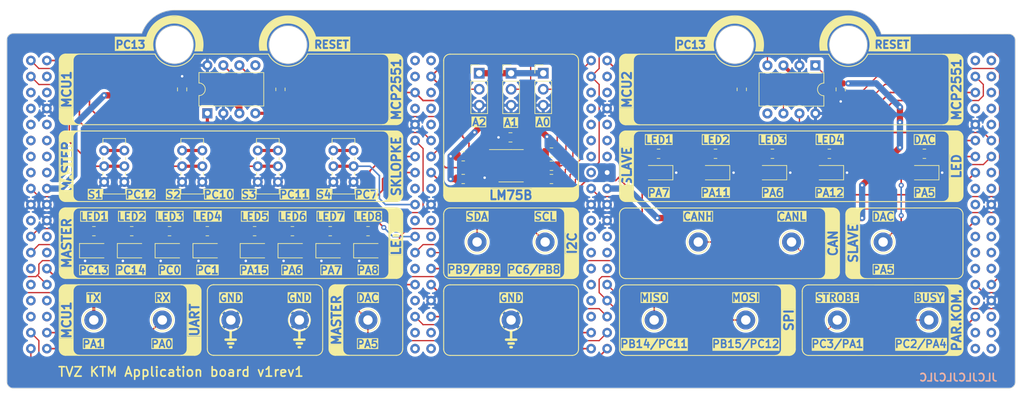
<source format=kicad_pcb>
(kicad_pcb (version 20221018) (generator pcbnew)
  (title_block (title "TVZ KTM Application board") (date "2023-07-27") (rev "1") (company "TVZ"))
  (layers (0 "F.Cu" signal) (31 "B.Cu" signal) (34 "B.Paste" user) (35 "F.Paste" user) (36 "B.SilkS" user "B.Silkscreen") (37 "F.SilkS" user "F.Silkscreen") (38 "B.Mask" user) (39 "F.Mask" user) (44 "Edge.Cuts" user))
  (net 0 "")
  (net 1 "Net-(D1-A)")
  (net 2 "Net-(D2-A)")
  (net 3 "Net-(D3-A)")
  (net 4 "Net-(D4-A)")
  (net 5 "Net-(D5-A)")
  (net 6 "Net-(D6-A)")
  (net 7 "Net-(D7-A)")
  (net 8 "Net-(D8-A)")
  (net 9 "Net-(D9-A)")
  (net 10 "Net-(D10-A)")
  (net 11 "Net-(D11-A)")
  (net 12 "Net-(D12-A)")
  (net 13 "Net-(D13-A)")
  (net 15 "+5V")
  (net 28 "BUSY")
  (net 30 "STROBE")
  (net 34 "GND")
  (net 35 "+3V3")
  (net 46 "Net-(JP1-C)")
  (net 47 "Net-(U1-A0)")
  (net 48 "Net-(U1-A1)")
  (net 49 "/CANH")
  (net 50 "/CANL")
  (net 51 "Net-(U1-A2)")
  (net 52 "unconnected-(SW1-A-Pad1)")
  (net 53 "unconnected-(SW2-A-Pad1)")
  (net 54 "unconnected-(SW3-A-Pad1)")
  (net 55 "unconnected-(SW4-A-Pad1)")
  (net 60 "VDD")
  (net 69 "D3")
  (net 71 "D4")
  (net 73 "D1")
  (net 74 "D2")
  (net 115 "Net-(JP2-C)")
  (net 116 "Net-(JP3-C)")
  (net 117 "I2C_SCL")
  (net 118 "I2C_SDA")
  (net 119 "USART_RX(M) >> USART_TX(S)")
  (net 120 "USART_TX(M) >> USART_RX(S)")
  (net 121 "SPI_MISO")
  (net 122 "SPI_MOSI")
  (net 123 "DAC(M)>>ADC(S)")
  (net 124 "SPI_~{CS}")
  (net 125 "SPI_SCK")
  (net 126 "CAN_TD(M)")
  (net 127 "CAN_RD(M)")
  (net 128 "CAN_RD(S)")
  (net 129 "CAN_TD(S)")
  (net 130 "LED1(M)")
  (net 131 "LED2(M)")
  (net 132 "LED3(M)")
  (net 133 "LED4(M)")
  (net 134 "LED5(M)")
  (net 135 "LED6(M)")
  (net 136 "LED7(M)")
  (net 137 "LED8(M)")
  (net 138 "S1")
  (net 139 "S4")
  (net 140 "S3")
  (net 141 "S2")
  (net 142 "LED1(S)")
  (net 143 "LED2(S)")
  (net 144 "LED3(S)")
  (net 145 "LED4(S)")
  (net 147 "DAC(S)")
  (footprint "Resistor_SMD:R_0805_2012Metric" (layer "F.Cu") (at 122.9 100.88)
    (fp_text reference "R12" hide)
    (fp_text value "750")
  )
  (footprint "Footprint:KEYS4952" (layer "F.Cu") (at 196.099999 102.6)
    (fp_text reference "TP4" hide)
    (fp_text value "TestPoint")
  )
  (footprint "Resistor_SMD:R_0805_2012Metric" (layer "F.Cu") (at 188.2 78.38 90)
    (fp_text reference "R19" hide)
    (fp_text value "220")
  )
  (footprint "Connector_PinHeader_2.54mm:PinHeader_1x03_P2.54mm_Vertical" (layer "F.Cu") (at 146.54 75.82)
    (fp_text reference "JP3" hide)
    (fp_text value "Jumper_3_Open")
  )
  (footprint "Footprint:KEYS4952" (layer "F.Cu") (at 188.833333 114.98)
    (fp_text reference "TP13" hide)
    (fp_text value "TestPoint")
  )
  (footprint "Resistor_SMD:R_0805_2012Metric" (layer "F.Cu") (at 91.4 100.88)
    (fp_text reference "R15" hide)
    (fp_text value "750")
  )
  (footprint "Footprint:NUCLEO64" (layer "F.Cu") (at 164.3 73.8)
    (fp_text reference "U5" hide)
    (fp_text value "NUCLEO64-F446RE")
    (fp_circle (center 22.8 -2.5) (end 25.8 -2.5) (stroke (width 0.1)) (fill none) (layer "Edge.Cuts"))
    (fp_circle (center 40.8 -2.5) (end 43.8 -2.5) (stroke (width 0.1)) (fill none) (layer "Edge.Cuts"))
  )
  (footprint "Footprint:KEYS4952" (layer "F.Cu") (at 217.9 114.98)
    (fp_text reference "TP10" hide)
    (fp_text value "TestPoint")
  )
  (footprint "Resistor_SMD:R_0805_2012Metric" (layer "F.Cu") (at 175 88.6 180)
    (fp_text reference "R6" hide)
    (fp_text value "300")
  )
  (footprint "Footprint:KEYS4952" (layer "F.Cu") (at 96.255 114.98)
    (fp_text reference "TP7" hide)
    (fp_text value "TestPoint")
  )
  (footprint "Footprint:KEYS4952" (layer "F.Cu") (at 203.366666 114.98)
    (fp_text reference "TP11" hide)
    (fp_text value "TestPoint")
  )
  (footprint "Footprint:KEYS4952" (layer "F.Cu") (at 210.633333 102.6)
    (fp_text reference "TP14" hide)
    (fp_text value "TestPoint")
  )
  (footprint "Package_DIP:DIP-8_W7.62mm" (layer "F.Cu") (at 199.891571 74.58 -90)
    (fp_text reference "U3" hide)
    (fp_text value "MCP2551-I-P")
  )
  (footprint "Package_SO:SO-8_3.9x4.9mm_P1.27mm" (layer "F.Cu") (at 151.6 90.5)
    (fp_text reference "U1" hide)
    (fp_text value "LM75B")
  )
  (footprint "LED_SMD:LED_1206_3216Metric" (layer "F.Cu") (at 174.98 91.6 180)
    (fp_text reference "D1" hide)
    (fp_text value "BLUE")
  )
  (footprint "LED_SMD:LED_1206_3216Metric" (layer "F.Cu") (at 217.2 91.6 180)
    (fp_text reference "D13" hide)
    (fp_text value "BLUE")
  )
  (footprint "Resistor_SMD:R_0805_2012Metric" (layer "F.Cu") (at 103.4 100.88)
    (fp_text reference "R17" hide)
    (fp_text value "750")
  )
  (footprint "Capacitor_SMD:C_0805_2012Metric" (layer "F.Cu") (at 151.5 86 180)
    (fp_text reference "C1" hide)
    (fp_text value "100n X7R")
  )
  (footprint "LED_SMD:LED_1206_3216Metric" (layer "F.Cu") (at 110.9 103.98)
    (fp_text reference "D5" hide)
    (fp_text value "GREEN")
  )
  (footprint "Footprint:KEYS4952" (layer "F.Cu") (at 128.88 114.98)
    (fp_text reference "TP2" hide)
    (fp_text value "TestPoint")
  )
  (footprint "Footprint:EG1271A" (layer "F.Cu") (at 101 90.58 -90)
    (fp_text reference "SW2" hide)
    (fp_text value "EG1271A")
  )
  (footprint "Footprint:EG1271A" (layer "F.Cu") (at 125 90.58 -90)
    (fp_text reference "SW4" hide)
    (fp_text value "EG1271A")
  )
  (footprint "Footprint:KEYS4952" (layer "F.Cu") (at 146.2 102.6)
    (fp_text reference "TP6" hide)
    (fp_text value "TestPoint")
  )
  (footprint "Resistor_SMD:R_0805_2012Metric" (layer "F.Cu") (at 110.9 100.88)
    (fp_text reference "R10" hide)
    (fp_text value "750")
  )
  (footprint "LED_SMD:LED_1206_3216Metric" (layer "F.Cu") (at 85.4 103.98)
    (fp_text reference "D9" hide)
    (fp_text value "RED")
  )
  (footprint "Resistor_SMD:R_0805_2012Metric" (layer "F.Cu") (at 144 89 180)
    (fp_text reference "R1" hide)
    (fp_text value "4k7")
  )
  (footprint "Footprint:KEYS4952" (layer "F.Cu") (at 151.6 114.98)
    (fp_text reference "TP1" hide)
    (fp_text value "TestPoint")
  )
  (footprint "Footprint:KEYS4952" (layer "F.Cu") (at 118.005 114.98)
    (fp_text reference "TP15" hide)
    (fp_text value "TestPoint")
  )
  (footprint "LED_SMD:LED_1206_3216Metric" (layer "F.Cu") (at 193.046666 91.6 180)
    (fp_text reference "D3" hide)
    (fp_text value "BLUE")
  )
  (footprint "Resistor_SMD:R_0805_2012Metric" (layer "F.Cu") (at 97.4 100.88)
    (fp_text reference "R16" hide)
    (fp_text value "750")
  )
  (footprint "Footprint:EG1271A" (layer "F.Cu") (at 88.627841 90.58 -90)
    (fp_text reference "SW1" hide)
    (fp_text value "EG1271A")
  )
  (footprint "Capacitor_SMD:C_0805_2012Metric" (layer "F.Cu") (at 203.9 78.38 -90)
    (fp_text reference "C3" hide)
    (fp_text value "100n X7R")
  )
  (footprint "LED_SMD:LED_1206_3216Metric" (layer "F.Cu") (at 91.4 103.98)
    (fp_text reference "D10" hide)
    (fp_text value "RED")
  )
  (footprint "LED_SMD:LED_1206_3216Metric" (layer "F.Cu") (at 202.08 91.6 180)
    (fp_text reference "D4" hide)
    (fp_text value "BLUE")
  )
  (footprint "LED_SMD:LED_1206_3216Metric" (layer "F.Cu") (at 103.4 103.98)
    (fp_text reference "D12" hide)
    (fp_text value "RED")
  )
  (footprint "Footprint:KEYS4952" (layer "F.Cu") (at 107.13 114.98)
    (fp_text reference "TP9" hide)
    (fp_text value "TestPoint")
  )
  (footprint "Footprint:NUCLEO64" (layer "F.Cu") (at 75.4 73.8)
    (fp_text reference "U4" hide)
    (fp_text value "NUCLEO64-F446RE" hide)
    (fp_circle (center 22.8 -2.5) (end 25.8 -2.5) (stroke (width 0.1)) (fill none) (layer "Edge.Cuts"))
    (fp_circle (center 40.8 -2.5) (end 43.8 -2.5) (stroke (width 0.1)) (fill none) (layer "Edge.Cuts"))
  )
  (footprint "Resistor_SMD:R_0805_2012Metric" (layer "F.Cu") (at 217.18 88.6 180)
    (fp_text reference "R20" hide)
    (fp_text value "300")
  )
  (footprint "Resistor_SMD:R_0805_2012Metric" (layer "F.Cu") (at 128.9 100.88)
    (fp_text reference "R13" hide)
    (fp_text value "750")
  )
  (footprint "Resistor_SMD:R_0805_2012Metric" (layer "F.Cu") (at 116.9 100.88)
    (fp_text reference "R11" hide)
    (fp_text value "750")
  )
  (footprint "Package_DIP:DIP-8_W7.62mm" (layer "F.Cu") (at 103.4 82.18 90)
    (fp_text reference "U2" hide)
    (fp_text value "MCP2551-I-P" hide)
  )
  (footprint "Resistor_SMD:R_0805_2012Metric" (layer "F.Cu") (at 184.033333 88.6 180)
    (fp_text reference "R7" hide)
    (fp_text value "300")
  )
  (footprint "Capacitor_SMD:C_0805_2012Metric" (layer "F.Cu") (at 99.4 78.38 90)
    (fp_text reference "C2" hide)
    (fp_text value "100n X7R")
  )
  (footprint "LED_SMD:LED_1206_3216Metric" (layer "F.Cu") (at 122.9 103.98)
    (fp_text reference "D7" hide)
    (fp_text value "GREEN")
  )
  (footprint "Resistor_SMD:R_0805_2012Metric" (layer "F.Cu") (at 144 92.6 180)
    (fp_text reference "R2" hide)
    (fp_text value "4k7")
  )
  (footprint "Resistor_SMD:R_0805_2012Metric" (layer "F.Cu") (at 85.4 100.88)
    (fp_text reference "R14" hide)
    (fp_text value "750")
  )
  (footprint "Resistor_SMD:R_0805_2012Metric" (layer "F.Cu") (at 158 90.5)
    (fp_text reference "R4" hide)
    (fp_text value "10k")
  )
  (footprint "LED_SMD:LED_1206_3216Metric" (layer "F.Cu") (at 184.013333 91.6 180)
    (fp_text reference "D2" hide)
    (fp_text value "BLUE")
  )
  (footprint "Resistor_SMD:R_0805_2012Metric" (layer "F.Cu") (at 202.1 88.6 180)
    (fp_text reference "R9" hide)
    (fp_text value "300")
  )
  (footprint "Resistor_SMD:R_0805_2012Metric" (layer "F.Cu") (at 158 92.6)
    (fp_text reference "R5" hide)
    (fp_text value "10k")
  )
  (footprint "LED_SMD:LED_1206_3216Metric" (layer "F.Cu") (at 97.4 103.98)
    (fp_text reference "D11" hide)
    (fp_text value "RED")
  )
  (footprint "Resistor_SMD:R_0805_2012Metric" (layer "F.Cu") (at 193.066666 88.6 180)
    (fp_text reference "R8" hide)
    (fp_text value "300")
  )
  (footprint "Footprint:EG1271A" (layer "F.Cu") (at 113 90.58 -90)
    (fp_text reference "SW3" hide)
    (fp_text value "EG1271A")
  )
  (footprint "Resistor_SMD:R_0805_2012Metric" (layer "F.Cu") (at 158 88.4)
    (fp_text reference "R3" hide)
    (fp_text value "10k")
  )
  (footprint "Connector_PinHeader_2.54mm:PinHeader_1x03_P2.54mm_Vertical" (layer "F.Cu") (at 156.7 75.82)
    (fp_text reference "JP1" hide)
    (fp_text value "Jumper_3_Open")
  )
  (footprint "Connector_PinHeader_2.54mm:PinHeader_1x03_P2.54mm_Vertical" (layer "F.Cu") (at 151.6 75.82)
    (fp_text reference "JP2" hide)
    (fp_text value "Jumper_3_Open")
  )
  (footprint "LED_SMD:LED_1206_3216Metric" (layer "F.Cu") (at 116.9 103.98)
    (fp_text reference "D6" hide)
    (fp_text value "GREEN")
  )
  (footprint "Footprint:KEYS4952" (layer "F.Cu") (at 181.304166 102.6)
    (fp_text reference "TP3" hide)
    (fp_text value "TestPoint")
  )
  (footprint "Footprint:KEYS4952" (layer "F.Cu") (at 85.38 114.98)
    (fp_text reference "TP8" hide)
    (fp_text value "TestPoint")
  )
  (footprint "Footprint:KEYS4952" (layer "F.Cu") (at 157 102.6)
    (fp_text reference "TP5" hide)
    (fp_text value "TestPoint")
  )
  (footprint "LED_SMD:LED_1206_3216Metric" (layer "F.Cu") (at 128.9 103.98)
    (fp_text reference "D8" hide)
    (fp_text value "GREEN")
  )
  (footprint "Resistor_SMD:R_0805_2012Metric" (layer "F.Cu") (at 115 78.38 90)
    (fp_text reference "R18" hide)
    (fp_text value "220")
  )
  (footprint "Footprint:KEYS4952" (layer "F.Cu") (at 174.3 114.98)
    (fp_text reference "TP12" hide)
    (fp_text value "TestPoint")
  )
  (gr_poly (pts (xy 191.536029 72) (xy 191.537496 72.291978) (xy 190.373525 72.291978) (xy 190.5 71.4) (xy 190.5 70.8) (xy 190.2 69.8) (xy 189.5 68.9) (xy 188.6 68.2) (xy 187.6 67.9) (xy 186.4 67.9) (xy 185 68.5) (xy 184.3 69.3) (xy 183.9 70) (xy 183.7 70.8) (xy 183.7 71.5) (xy 183.8 72.2) (xy 182.636029 72.2) (xy 182.5 71.5) (xy 182.536029 70.42) (xy 177.736029 70.42) (xy 177.736029 70.12) (xy 182.636029 70.12) (xy 183.1 69.1) (xy 183.8 68.1) (xy 185 67.2) (xy 186.4 66.8) (xy 187.9 66.8) (xy 189 67.2) (xy 189.9 67.7) (xy 190.7 68.5) (xy 191.2 69.4) (xy 191.493334 70.101817) (xy 191.536029 70.22) (xy 191.536029 70.4) (xy 191.636029 70.72) (xy 191.636029 71.72)) (fill solid) (layer "F.SilkS"))
  (gr_arc (start 201.5 107.407107) (mid 201.207104 108.114209) (end 200.5 108.407107) (stroke (width 0.15)) (layer "F.SilkS"))
  (gr_line (start 82.1 85.98) (end 82.1 95.18) (stroke (width 0.15)) (layer "F.SilkS"))
  (gr_arc (start 205.707109 108.407107) (mid 204.999994 108.114217) (end 204.707109 107.407107) (stroke (width 0.15)) (layer "F.SilkS"))
  (gr_line (start 177.736029 72.22) (end 182.636029 72.2) (stroke (width 0.15)) (layer "F.SilkS"))
  (gr_line (start 151.2 118.7) (end 152 118.7) (stroke (width 0.4)) (layer "F.SilkS"))
  (gr_line (start 202 72.800002) (end 190.2 72.8) (stroke (width 0.15)) (layer "F.SilkS"))
  (gr_arc (start 204.707109 98.207107) (mid 205 97.499999) (end 205.707109 97.207107) (stroke (width 0.15)) (layer "F.SilkS"))
  (gr_poly (pts (xy 220.507107 109.407107) (xy 220.907107 109.807107) (xy 221.107107 110.307107) (xy 221.107107 110.207107) (xy 223.307107 110.207107) (xy 223.014214 109.7) (xy 222.707107 109.507107) (xy 221.707107 109.407107)) (fill solid) (layer "F.SilkS"))
  (gr_arc (start 222.307107 109.407107) (mid 223.014207 109.700003) (end 223.307107 110.407107) (stroke (width 0.15)) (layer "F.SilkS"))
  (gr_arc (start 223.3 83) (mid 223.007107 83.707107) (end 222.3 84) (stroke (width 0.15)) (layer "F.SilkS"))
  (gr_line (start 82.1 73.78) (end 82.1 82.98) (stroke (width 0.15)) (layer "F.SilkS"))
  (gr_poly (pts (xy 132.2 104.68) (xy 134.4 104.68) (xy 134.4 107.58) (xy 134.2 107.98) (xy 133.8 108.28) (xy 133.3 108.38) (xy 131.5 108.38) (xy 132 107.98) (xy 132.2 107.58) (xy 132.2 106.38)) (fill solid) (layer "F.SilkS"))
  (gr_line (start 223.3 83) (end 223.3 73.8) (stroke (width 0.15)) (layer "F.SilkS"))
  (gr_line (start 201.826475 72.18) (end 200.662504 72.18) (stroke (width 0.15)) (layer "F.SilkS"))
  (gr_arc (start 119.299999 72.78) (mid 116.200001 74.723834) (end 113.1 72.780002) (stroke (width 0.15)) (layer "F.SilkS"))
  (gr_arc (start 198.8 120.6) (mid 198.092893 120.307107) (end 197.8 119.6) (stroke (width 0.15)) (layer "F.SilkS"))
  (gr_line (start 204.707109 98.207107) (end 204.707109 107.407107) (stroke (width 0.15)) (layer "F.SilkS"))
  (gr_arc (start 223.3 107.4) (mid 223.007107 108.107107) (end 222.3 108.4) (stroke (width 0.15)) (layer "F.SilkS"))
  (gr_poly (pts (xy 82.092893 98.872893) (xy 82.092893 97.972893) (xy 82.292893 97.572893) (xy 82.692893 97.172893) (xy 80.692893 97.172893) (xy 80.192893 97.472893) (xy 79.892893 97.972893) (xy 79.892893 98.872893)) (fill solid) (layer "F.SilkS"))
  (gr_line (start 214.926475 70.08) (end 209.519809 70.081817) (stroke (width 0.15)) (layer "F.SilkS"))
  (gr_line (start 117.9 119.3) (end 118.1 119.3) (stroke (width 0.4)) (layer "F.SilkS"))
  (gr_line (start 79.9 85.98) (end 79.9 95.18) (stroke (width 0.15)) (layer "F.SilkS"))
  (gr_arc (start 194.5 119.6) (mid 194.207107 120.307107) (end 193.5 120.6) (stroke (width 0.15)) (layer "F.SilkS"))
  (gr_poly (pts (xy 206.9 99.7) (xy 206.9 98) (xy 207.1 97.6) (xy 207.5 97.2) (xy 205.5 97.2) (xy 205 97.5) (xy 204.7 98) (xy 204.7 99.7)) (fill solid) (layer "F.SilkS"))
  (gr_arc (start 79.9 98.18) (mid 80.192893 97.472893) (end 80.9 97.18) (stroke (width 0.15)) (layer "F.SilkS"))
  (gr_line (start 88.8 72.2) (end 93.7 72.18) (stroke (width 0.15)) (layer "F.SilkS"))
  (gr_line (start 121.7 119.58) (end 121.7 110.38) (stroke (width 0.15)) (layer "F.SilkS"))
  (gr_arc (start 220.107107 109.407107) (mid 220.814207 109.700003) (end 221.107107 110.407107) (stroke (width 0.15)) (layer "F.SilkS"))
  (gr_arc (start 101.3 72.78) (mid 98.200001 74.723835) (end 95.100001 72.780002) (stroke (width 0.15)) (layer "F.SilkS"))
  (gr_line (start 150.8 118.1) (end 151.6 118.1) (stroke (width 0.4)) (layer "F.SilkS"))
  (gr_arc (start 79.9 85.98) (mid 80.192893 85.272893) (end 80.9 84.98) (stroke (width 0.15)) (layer "F.SilkS"))
  (gr_arc (start 222.3 97.2) (mid 223.007107 97.492893) (end 223.3 98.2) (stroke (width 0.15)) (layer "F.SilkS"))
  (gr_line (start 133.4 97.18) (end 80.9 97.18) (stroke (width 0.15)) (layer "F.SilkS"))
  (gr_arc (start 140.9 110.392893) (mid 141.192896 109.685791) (end 141.9 109.392893) (stroke (width 0.15)) (layer "F.SilkS"))
  (gr_arc (start 141.9 96.18) (mid 141.192893 95.887107) (end 140.9 95.18) (stroke (width 0.15)) (layer "F.SilkS"))
  (gr_arc (start 182.639466 72.171579) (mid 187.163055 66.72061) (end 191.537496 72.291978) (stroke (width 0.15)) (layer "F.SilkS"))
  (gr_arc (start 140.9 73.8) (mid 141.192893 73.092893) (end 141.9 72.8) (stroke (width 0.15)) (layer "F.SilkS"))
  (gr_arc (start 133.4 84.98) (mid 134.107107 85.272893) (end 134.4 85.98) (stroke (width 0.15)) (layer "F.SilkS"))
  (gr_arc (start 134.4 82.98) (mid 134.107107 83.687107) (end 133.4 83.98) (stroke (width 0.15)) (layer "F.SilkS"))
  (gr_arc (start 161.3 109.392893) (mid 162.007109 109.685786) (end 162.3 110.392893) (stroke (width 0.15)) (layer "F.SilkS"))
  (gr_arc (start 168.8 110.4) (mid 169.092893 109.692893) (end 169.8 109.4) (stroke (width 0.15)) (layer "F.SilkS"))
  (gr_line (start 160.1 107.4) (end 160.1 98.2) (stroke (width 0.15)) (layer "F.SilkS"))
  (gr_line (start 169.8 84) (end 222.3 84) (stroke (width 0.15)) (layer "F.SilkS"))
  (gr_arc (start 80.9 96.18) (mid 80.192893 95.887107) (end 79.9 95.18) (stroke (width 0.15)) (layer "F.SilkS"))
  (gr_arc (start 134.4 119.58) (mid 134.107107 120.287107) (end 133.4 120.58) (stroke (width 0.15)) (layer "F.SilkS"))
  (gr_line (start 152.4 118.1) (end 151.6 118.1) (stroke (width 0.4)) (layer "F.SilkS"))
  (gr_arc (start 83.1 83.98) (mid 82.392893 83.687107) (end 82.1 82.98) (stroke (width 0.15)) (layer "F.SilkS"))
  (gr_arc (start 80.9 108.38) (mid 80.192893 108.087107) (end 79.9 107.38) (stroke (width 0.15)) (layer "F.SilkS"))
  (gr_line (start 223.3 107.4) (end 223.3 98.2) (stroke (width 0.15)) (layer "F.SilkS"))
  (gr_line (start 222.307107 84.98) (end 169.807107 84.98) (stroke (width 0.15)) (layer "F.SilkS"))
  (gr_line (start 88.8 72.2) (end 88.8 70.1) (stroke (width 0.15)) (layer "F.SilkS"))
  (gr_poly (pts (xy 148.3 94) (xy 148.3 96.2) (xy 141.9 96.18) (xy 141.3 96) (xy 140.9 95.5) (xy 140.9 93.4) (xy 141.192893 93.707107) (xy 141.7 94)) (fill solid) (layer "F.SilkS"))
  (gr_arc (start 159.1 97.2) (mid 159.807107 97.492893) (end 160.1 98.2) (stroke (width 0.15)) (layer "F.SilkS"))
  (gr_poly (pts (xy 214.926475 71.98) (xy 214.926475 72.28) (xy 208.4 72.271978) (xy 208.526475 71.38) (xy 208.526475 70.78) (xy 208.226475 69.78) (xy 207.526475 68.88) (xy 206.626475 68.18) (xy 205.626475 67.88) (xy 204.426475 67.88) (xy 203.026475 68.48) (xy 202.326475 69.28) (xy 201.926475 69.98) (xy 201.726475 70.78) (xy 201.726475 71.48) (xy 201.826475 72.18) (xy 200.662504 72.18) (xy 200.526475 71.48) (xy 200.726475 70.18) (xy 201.126475 69.08) (xy 201.926475 68.08) (xy 203.126475 67.18) (xy 204.426475 66.78) (xy 205.926475 66.78) (xy 207.026475 67.18) (xy 207.926475 67.68) (xy 208.726475 68.48) (xy 209.226475 69.38) (xy 209.519809 70.081817) (xy 214.926475 70.08) (xy 214.926475 70.38) (xy 209.326475 70.38) (xy 209.326475 71.98)) (fill solid) (layer "F.SilkS"))
  (gr_line (start 184.000001 72.800002) (end 169.8 72.8) (stroke (width 0.15)) (layer "F.SilkS"))
  (gr_arc (start 221.107107 119.607107) (mid 220.814212 120.314212) (end 220.107107 120.607107) (stroke (width 0.15)) (layer "F.SilkS"))
  (gr_arc (start 221.107107 95.18) (mid 220.814214 95.887109) (end 220.107107 96.18) (stroke (width 0.15)) (layer "F.SilkS"))
  (gr_line (start 201.5 107.407107) (end 201.5 98.207107) (stroke (width 0.15)) (layer "F.SilkS"))
  (gr_line (start 141.9 109.392893) (end 161.3 109.392893) (stroke (width 0.15)) (layer "F.SilkS"))
  (gr_arc (start 83.1 120.58) (mid 82.392893 120.287107) (end 82.1 119.58) (stroke (width 0.15)) (layer "F.SilkS"))
  (gr_poly (pts (xy 194.5 116.7) (xy 196.7 116.7) (xy 196.7 119.8) (xy 196.5 120.2) (xy 196.1 120.5) (xy 195.6 120.6) (xy 193.8 120.6) (xy 194.3 120.2) (xy 194.5 119.8) (xy 194.5 118.6)) (fill solid) (layer "F.SilkS"))
  (gr_arc (start 223.307107 95.18) (mid 223.014214 95.887109) (end 222.307107 96.18) (stroke (width 0.15)) (layer "F.SilkS"))
  (gr_poly (pts (xy 132.2 95.28) (xy 134.4 95.28) (xy 134.2 95.78) (xy 133.7 96.18) (xy 131.5 96.18) (xy 131.907107 95.987107)) (fill solid) (layer "F.SilkS"))
  (gr_line (start 133.4 72.78) (end 119.299999 72.78) (stroke (width 0.15)) (layer "F.SilkS"))
  (gr_arc (start 82.1 98.18) (mid 82.392893 97.472893) (end 83.1 97.18) (stroke (width 0.15)) (layer "F.SilkS"))
  (gr_line (start 208.4 72.271978) (end 214.926475 72.28) (stroke (width 0.15)) (layer "F.SilkS"))
  (gr_arc (start 100.2 119.58) (mid 99.907107 120.287107) (end 99.2 120.58) (stroke (width 0.15)) (layer "F.SilkS"))
  (gr_poly (pts (xy 159.5 97.2) (xy 159.9 97.6) (xy 160.1 98.1) (xy 160.1 101.1) (xy 162.3 101.1) (xy 162.3 98) (xy 162.007107 97.492893) (xy 161.7 97.3) (xy 160.7 97.2)) (fill solid) (layer "F.SilkS"))
  (gr_arc (start 221.1 83) (mid 220.807107 83.707107) (end 220.1 84) (stroke (width 0.15)) (layer "F.SilkS"))
  (gr_line (start 190.373525 72.291978) (end 191.537496 72.291978) (stroke (width 0.15)) (layer "F.SilkS"))
  (gr_arc (start 200.5 97.207107) (mid 201.207104 97.500001) (end 201.5 98.207107) (stroke (width 0.15)) (layer "F.SilkS"))
  (gr_poly (pts (xy 124.9 118.88) (xy 124.9 119.78) (xy 125.192893 120.287107) (xy 125.7 120.58) (xy 123.5 120.58) (xy 122.992893 120.287107) (xy 122.7 119.68) (xy 122.7 118.88)) (fill solid) (layer "F.SilkS"))
  (gr_arc (start 82.1 85.98) (mid 82.392893 85.272893) (end 83.1 84.98) (stroke (width 0.15)) (layer "F.SilkS"))
  (gr_poly (pts (xy 151.4 116.94) (xy 151.4 116.74) (xy 151.8 116.74) (xy 151.8 116.94)) (fill solid) (layer "F.SilkS"))
  (gr_line (start 80.9 108.38) (end 133.4 108.38) (stroke (width 0.15)) (layer "F.SilkS"))
  (gr_arc (start 133.4 72.78) (mid 134.107107 73.072893) (end 134.4 73.78) (stroke (width 0.15)) (layer "F.SilkS"))
  (gr_line (start 113.1 72.780002) (end 101.3 72.78) (stroke (width 0.15)) (layer "F.SilkS"))
  (gr_line (start 202.7 97.207107) (end 169.807107 97.207107) (stroke (width 0.15)) (layer "F.SilkS"))
  (gr_line (start 168.807107 85.98) (end 168.807107 95.18) (stroke (width 0.15)) (layer "F.SilkS"))
  (gr_line (start 168.807107 98.207107) (end 168.807107 107.407107) (stroke (width 0.15)) (layer "F.SilkS"))
  (gr_line (start 169.807107 108.407107) (end 202.7 108.407107) (stroke (width 0.15)) (layer "F.SilkS"))
  (gr_arc (start 94.863971 72.18) (mid 98.211826 67.859809) (end 101.437496 72.271978) (stroke (width 0.15)) (layer "F.SilkS"))
  (gr_arc (start 197.8 110.4) (mid 198.092893 109.692893) (end 198.8 109.4) (stroke (width 0.15)) (layer "F.SilkS"))
  (gr_line (start 171 73.8) (end 171 83) (stroke (width 0.15)) (layer "F.SilkS"))
  (gr_poly (pts (xy 132.2 73.68) (xy 134.3 73.48) (xy 134.2 73.18) (xy 133.8 72.88) (xy 132.9 72.78) (xy 131.6 72.78) (xy 131.907107 73.072893) (xy 132.1 73.48)) (fill solid) (layer "F.SilkS"))
  (gr_poly (pts (xy 99.6 109.38) (xy 100 109.78) (xy 100.2 110.28) (xy 100.2 112.28) (xy 102.4 112.28) (xy 102.4 110.18) (xy 102.107107 109.672893) (xy 101.8 109.48) (xy 100.8 109.38)) (fill solid) (layer "F.SilkS"))
  (gr_line (start 134.4 119.58) (end 134.4 110.38) (stroke (width 0.15)) (layer "F.SilkS"))
  (gr_poly (pts (xy 82.1 106.68) (xy 82.1 107.58) (xy 82.392893 108.087107) (xy 82.9 108.38) (xy 80.7 108.38) (xy 80.192893 108.087107) (xy 79.9 107.48) (xy 79.9 106.68)) (fill solid) (layer "F.SilkS"))
  (gr_line (start 196.7 119.6) (end 196.7 110.4) (stroke (width 0.15)) (layer "F.SilkS"))
  (gr_line (start 124.9 110.38) (end 124.9 119.58) (stroke (width 0.15)) (layer "F.SilkS"))
  (gr_line (start 100.2 119.58) (end 100.2 110.38) (stroke (width 0.15)) (layer "F.SilkS"))
  (gr_arc (start 141.9 120.592893) (mid 141.192896 120.299999) (end 140.9 119.592893) (stroke (width 0.15)) (layer "F.SilkS"))
  (gr_line (start 118 116.87) (end 118 118.1) (stroke (width 0.4)) (layer "F.SilkS"))
  (gr_line (start 195.7 109.4) (end 169.8 109.4) (stroke (width 0.15)) (layer "F.SilkS"))
  (gr_line (start 221.1 83) (end 221.1 73.8) (stroke (width 0.15)) (layer "F.SilkS"))
  (gr_line (start 120.7 109.38) (end 104.4 109.38) (stroke (width 0.15)) (layer "F.SilkS"))
  (gr_arc (start 162.3 107.4) (mid 162.007107 108.107107) (end 161.3 108.4) (stroke (width 0.15)) (layer "F.SilkS"))
  (gr_arc (start 183.8 72.2) (mid 187.147856 67.879809) (end 190.373525 72.291978) (stroke (width 0.15)) (layer "F.SilkS"))
  (gr_line (start 222.3 72.8) (end 208.199999 72.8) (stroke (width 0.15)) (layer "F.SilkS"))
  (gr_line (start 221.107107 95.18) (end 221.107107 85.98) (stroke (width 0.15)) (layer "F.SilkS"))
  (gr_arc (start 131.2 72.78) (mid 131.907107 73.072893) (end 132.2 73.78) (stroke (width 0.15)) (layer "F.SilkS"))
  (gr_poly (pts (xy 221.107107 119.807107) (xy 223.307107 119.807107) (xy 223.107107 120.207107) (xy 222.707107 120.507107) (xy 222.207107 120.607107) (xy 220.407107 120.607107) (xy 220.907107 120.207107) (xy 221.107107 119.807107) (xy 221.107107 118.607107)) (fill solid) (layer "F.SilkS"))
  (gr_arc (start 83.1 108.38) (mid 82.392893 108.087107) (end 82.1 107.38) (stroke (width 0.15)) (layer "F.SilkS"))
  (gr_arc (start 190.2 72.8) (mid 187.100001 74.743835) (end 184.000001 72.800002) (stroke (width 0.15)) (layer "F.SilkS"))
  (gr_line (start 132.2 82.98) (end 132.2 73.78) (stroke (width 0.15)) (layer "F.SilkS"))
  (gr_line (start 82.1 98.18) (end 82.1 107.38) (stroke (width 0.15)) (layer "F.SilkS"))
  (gr_arc (start 208.199999 72.8) (mid 205.100001 74.743834) (end 202 72.800002) (stroke (width 0.15)) (layer "F.SilkS"))
  (gr_arc (start 80.9 120.58) (mid 80.192893 120.287107) (end 79.9 119.58) (stroke (width 0.15)) (layer "F.SilkS"))
  (gr_line (start 141.9 72.8) (end 161.3 72.8) (stroke (width 0.15)) (layer "F.SilkS"))
  (gr_line (start 123.7 120.58) (end 133.4 120.58) (stroke (width 0.15)) (layer "F.SilkS"))
  (gr_line (start 140.9 73.8) (end 140.9 95.18) (stroke (width 0.15)) (layer "F.SilkS"))
  (gr_arc (start 101.4 109.38) (mid 102.107107 109.672893) (end 102.4 110.38) (stroke (width 0.15)) (layer "F.SilkS"))
  (gr_line (start 104.4 120.58) (end 120.7 120.58) (stroke (width 0.15)) (layer "F.SilkS"))
  (gr_line (start 222.307107 109.407107) (end 198.8 109.4) (stroke (width 0.15)) (layer "F.SilkS"))
  (gr_poly (pts (xy 171.007107 87.48) (xy 171.007107 85.78) (xy 171.207107 85.38) (xy 171.607107 84.98) (xy 169.607107 84.98) (xy 169.107107 85.28) (xy 168.807107 85.78) (xy 168.807107 87.48)) (fill solid) (layer "F.SilkS"))
  (gr_arc (start 93.703437 72.151579) (mid 98.227025 66.700611) (end 102.601467 72.271978) (stroke (width 0.15)) (layer "F.SilkS"))
  (gr_arc (start 133.4 97.18) (mid 134.107107 97.472893) (end 134.4 98.18) (stroke (width 0.15)) (layer "F.SilkS"))
  (gr_line (start 140.9 98.2) (end 140.9 107.4) (stroke (width 0.15)) (layer "F.SilkS"))
  (gr_arc (start 111.736029 72.18) (mid 115.150314 66.848838) (end 120.593334 70.081817) (stroke (width 0.15)) (layer "F.SilkS"))
  (gr_arc (start 132.2 107.38) (mid 131.907107 108.087107) (end 131.2 108.38) (stroke (width 0.15)) (layer "F.SilkS"))
  (gr_line (start 134.4 82.98) (end 134.4 73.78) (stroke (width 0.15)) (layer "F.SilkS"))
  (gr_line (start 132.2 95.18) (end 132.2 85.98) (stroke (width 0.15)) (layer "F.SilkS"))
  (gr_line (start 205.707109 108.407107) (end 222.3 108.4) (stroke (width 0.15)) (layer "F.SilkS"))
  (gr_line (start 122.7 110.38) (end 122.7 119.58) (stroke (width 0.15)) (layer "F.SilkS"))
  (gr_line (start 141.9 94) (end 161.3 94) (stroke (width 0.15)) (layer "F.SilkS"))
  (gr_line (start 221.107107 119.607107) (end 221.107107 110.407107) (stroke (width 0.15)) (layer "F.SilkS"))
  (gr_arc (start 141.9 108.4) (mid 141.192893 108.107107) (end 140.9 107.4) (stroke (width 0.15)) (layer "F.SilkS"))
  (gr_poly (pts (xy 126 71.98) (xy 126 72.28) (xy 119.473525 72.271978) (xy 119.6 71.38) (xy 119.6 70.78) (xy 119.3 69.78) (xy 118.6 68.88) (xy 117.7 68.18) (xy 116.7 67.88) (xy 115.5 67.88) (xy 114.1 68.48) (xy 113.4 69.28) (xy 113 69.98) (xy 112.8 70.78) (xy 112.8 71.48) (xy 112.9 72.18) (xy 111.736029 72.18) (xy 111.6 71.48) (xy 111.8 70.18) (xy 112.2 69.08) (xy 113 68.08) (xy 114.2 67.18) (xy 115.5 66.78) (xy 117 66.78) (xy 118.1 67.18) (xy 119 67.68) (xy 119.8 68.48) (xy 120.3 69.38) (xy 120.593334 70.081817) (xy 126 70.08) (xy 126 70.38) (xy 120.4 70.38) (xy 120.4 71.98)) (fill solid) (layer "F.SilkS"))
  (gr_arc (start 83.1 96.18) (mid 82.392893 95.887107) (end 82.1 95.18) (stroke (width 0.15)) (layer "F.SilkS"))
  (gr_poly (pts (xy 124.892893 111.072893) (xy 124.892893 110.172893) (xy 125.092893 109.772893) (xy 125.492893 109.372893) (xy 123.492893 109.372893) (xy 122.992893 109.672893) (xy 122.692893 110.172893) (xy 122.692893 111.072893)) (fill solid) (layer "F.SilkS"))
  (gr_arc (start 200.662504 72.18) (mid 204.076808 66.848814) (end 209.519809 70.081817) (stroke (width 0.15)) (layer "F.SilkS"))
  (gr_arc (start 171 73.8) (mid 171.292893 73.092893) (end 172 72.8) (stroke (width 0.15)) (layer "F.SilkS"))
  (gr_arc (start 171.007107 85.98) (mid 171.300001 85.272896) (end 172.007107 84.98) (stroke (width 0.15)) (layer "F.SilkS"))
  (gr_poly (pts (xy 82.1 86.68) (xy 82.1 85.78) (xy 82.3 85.38) (xy 82.7 84.98) (xy 80.7 84.98) (xy 80.2 85.28) (xy 79.9 85.78) (xy 79.9 86.68)) (fill solid) (layer "F.SilkS"))
  (gr_line (start 107 119.3) (end 107.2 119.3) (stroke (width 0.4)) (layer "F.SilkS"))
  (gr_arc (start 169.8 120.6) (mid 169.092893 120.307107) (end 168.8 119.6) (stroke (width 0.15)) (layer "F.SilkS"))
  (gr_arc (start 220.107107 84.98) (mid 220.814209 85.272896) (end 221.107107 85.98) (stroke (width 0.15)) (layer "F.SilkS"))
  (gr_line (start 177.736029 70.12) (end 182.636029 70.12) (stroke (width 0.15)) (layer "F.SilkS"))
  (gr_line (start 171.007107 85.98) (end 171.007107 95.18) (stroke (width 0.15)) (layer "F.SilkS"))
  (gr_arc (start 122.7 110.38) (mid 122.992893 109.672893) (end 123.7 109.38) (stroke (width 0.15)) (layer "F.SilkS"))
  (gr_arc (start 104.4 120.58) (mid 103.692893 120.287107) (end 103.4 119.58) (stroke (width 0.15)) (layer "F.SilkS"))
  (gr_line (start 82.1 110.38) (end 82.1 119.58) (stroke (width 0.15)) (layer "F.SilkS"))
  (gr_line (start 95.100001 72.780002) (end 80.9 72.78) (stroke (width 0.15)) (layer "F.SilkS"))
  (gr_arc (start 133.4 109.38) (mid 134.107107 109.672893) (end 134.4 110.38) (stroke (width 0.15)) (layer "F.SilkS"))
  (gr_line (start 141.9 97.2) (end 161.3 97.2) (stroke (width 0.15)) (layer "F.SilkS"))
  (gr_arc (start 123.7 120.58) (mid 122.992893 120.287107) (end 122.7 119.58) (stroke (width 0.15)) (layer "F.SilkS"))
  (gr_poly (pts (xy 206.9 105.9) (xy 206.9 107.6) (xy 207.192893 108.107107) (xy 207.7 108.4) (xy 205.5 108.4) (xy 204.992893 108.107107) (xy 204.7 107.5) (xy 204.7 105.9)) (fill solid) (layer "F.SilkS"))
  (gr_line (start 107.1 116.87) (end 107.1 118.1) (stroke (width 0.4)) (layer "F.SilkS"))
  (gr_line (start 80.9 120.58) (end 101.4 120.58) (stroke (width 0.15)) (layer "F.SilkS"))
  (gr_line (start 222.3 97.2) (end 205.707109 97.207107) (stroke (width 0.15)) (layer "F.SilkS"))
  (gr_arc (start 79.9 73.78) (mid 80.192893 73.072893) (end 80.9 72.78) (stroke (width 0.15)) (layer "F.SilkS"))
  (gr_line (start 106.3 118.1) (end 107.1 118.1) (stroke (width 0.4)) (layer "F.SilkS"))
  (gr_line (start 168.8 73.8) (end 168.8 83) (stroke (width 0.15)) (layer "F.SilkS"))
  (gr_arc (start 82.1 73.78) (mid 82.392893 73.072893) (end 83.1 72.78) (stroke (width 0.15)) (layer "F.SilkS"))
  (gr_arc (start 160.1 107.4) (mid 159.807107 108.107107) (end 159.1 108.4) (stroke (width 0.15)) (layer "F.SilkS"))
  (gr_line (start 151.5 119.3) (end 151.7 119.3) (stroke (width 0.4)) (layer "F.SilkS"))
  (gr_poly (pts (xy 171 81.3) (xy 171 83.2) (xy 171.292893 83.707107) (xy 171.8 84) (xy 169.6 84) (xy 169.092893 83.707107) (xy 168.8 83.1) (xy 168.8 81.3)) (fill solid) (layer "F.SilkS"))
  (gr_line (start 197.8 110.4) (end 197.8 119.6) (stroke (width 0.15)) (layer "F.SilkS"))
  (gr_line (start 80.9 96.18) (end 133.4 96.18) (stroke (width 0.15)) (layer "F.SilkS"))
  (gr_poly (pts (xy 100.2 117.58) (xy 102.4 117.58) (xy 102.4 119.78) (xy 102.2 120.18) (xy 101.8 120.48) (xy 101.3 120.58) (xy 99.5 120.58) (xy 100 120.18) (xy 100.2 119.78) (xy 100.2 118.58)) (fill solid) (layer "F.SilkS"))
  (gr_arc (start 222.307107 84.98) (mid 223.014209 85.272896) (end 223.307107 85.98) (stroke (width 0.15)) (layer "F.SilkS"))
  (gr_line (start 94.863971 72.18) (end 93.7 72.18) (stroke (width 0.15)) (layer "F.SilkS"))
  (gr_line (start 118.8 118.1) (end 118 118.1) (stroke (width 0.4)) (layer "F.SilkS"))
  (gr_line (start 132.2 107.38) (end 132.2 98.18) (stroke (width 0.15)) (layer "F.SilkS"))
  (gr_line (start 141.9 120.592893) (end 161.3 120.592893) (stroke (width 0.15)) (layer "F.SilkS"))
  (gr_arc (start 169.807107 108.407107) (mid 169.099993 108.114217) (end 168.807107 107.407107) (stroke (width 0.15)) (layer "F.SilkS"))
  (gr_arc (start 172.007107 96.18) (mid 171.299996 95.887109) (end 171.007107 95.18) (stroke (width 0.15)) (layer "F.SilkS"))
  (gr_poly (pts (xy 131.6 97.18) (xy 132 97.58) (xy 132.2 98.08) (xy 132.2 100.88) (xy 134.4 100.88) (xy 134.4 97.98) (xy 134.107107 97.472893) (xy 133.8 97.28) (xy 132.8 97.18)) (fill solid) (layer "F.SilkS"))
  (gr_poly (pts (xy 201.5 104.707107) (xy 203.7 104.707107) (xy 203.7 107.607107) (xy 203.5 108.007107) (xy 203.1 108.307107) (xy 202.6 108.407107) (xy 200.8 108.407107) (xy 201.3 108.007107) (xy 201.5 107.607107) (xy 201.5 106.407107)) (fill solid) (layer "F.SilkS"))
  (gr_arc (start 132.2 95.18) (mid 131.907107 95.887107) (end 131.2 96.18) (stroke (width 0.15)) (layer "F.SilkS"))
  (gr_arc (start 169.8 84) (mid 169.092893 83.707107) (end 168.8 83) (stroke (width 0.15)) (layer "F.SilkS"))
  (gr_arc (start 141.9 94) (mid 141.192893 93.707107) (end 140.9 93) (stroke (width 0.15)) (layer "F.SilkS"))
  (gr_line (start 183.8 72.2) (end 182.636029 72.2) (stroke (width 0.15)) (layer "F.SilkS"))
  (gr_line (start 162.3 107.4) (end 162.3 98.2) (stroke (width 0.15)) (layer "F.SilkS"))
  (gr_line (start 198.8 120.6) (end 222.307107 120.607107) (stroke (width 0.15)) (layer "F.SilkS"))
  (gr_arc (start 132.2 82.98) (mid 131.907107 83.687107) (end 131.2 83.98) (stroke (width 0.15)) (layer "F.SilkS"))
  (gr_arc (start 102.4 119.58) (mid 102.107107 120.287107) (end 101.4 120.58) (stroke (width 0.15)) (layer "F.SilkS"))
  (gr_poly (pts (xy 221.107107 85.98) (xy 221.107107 88.7) (xy 223.307107 88.7) (xy 223.230265 85.687894) (xy 223.107107 85.38) (xy 222.707107 85.08) (xy 221.807107 84.98) (xy 220.507107 84.98) (xy 220.814214 85.272893) (xy 221.1 85.8)) (fill solid) (layer "F.SilkS"))
  (gr_arc (start 207.9 108.4) (mid 207.192889 108.107109) (end 206.9 107.4) (stroke (width 0.15)) (layer "F.SilkS"))
  (gr_arc (start 112.9 72.18) (mid 116.247856 67.859809) (end 119.473525 72.271978) (stroke (width 0.15)) (layer "F.SilkS"))
  (gr_line (start 141.9 96.18) (end 161.3 96.18) (stroke (width 0.15)) (layer "F.SilkS"))
  (gr_line (start 169.8 120.6) (end 195.7 120.6) (stroke (width 0.15)) (layer "F.SilkS"))
  (gr_line (start 106.7 118.7) (end 107.5 118.7) (stroke (width 0.4)) (layer "F.SilkS"))
  (gr_line (start 79.9 98.18) (end 79.9 107.38) (stroke (width 0.15)) (layer "F.SilkS"))
  (gr_poly (pts (xy 82.092893 112.072893) (xy 82.092893 110.172893) (xy 82.292893 109.772893) (xy 82.692893 109.372893) (xy 80.692893 109.372893) (xy 80.192893 109.672893) (xy 79.892893 110.172893) (xy 79.892893 112.072893)) (fill solid) (layer "F.SilkS"))
  (gr_line (start 162.3 95.18) (end 162.3 73.8) (stroke (width 0.15)) (layer "F.SilkS"))
  (gr_arc (start 131.2 84.98) (mid 131.907107 85.272893) (end 132.2 85.98) (stroke (width 0.15)) (layer "F.SilkS"))
  (gr_arc (start 82.1 110.38) (mid 82.392893 109.672893) (end 83.1 109.38) (stroke (width 0.15)) (layer "F.SilkS"))
  (gr_arc (start 196.7 119.6) (mid 196.407107 120.307107) (end 195.7 120.6) (stroke (width 0.15)) (layer "F.SilkS"))
  (gr_line (start 117.6 118.7) (end 118.4 118.7) (stroke (width 0.4)) (layer "F.SilkS"))
  (gr_arc (start 161.3 97.2) (mid 162.007107 97.492893) (end 162.3 98.2) (stroke (width 0.15)) (layer "F.SilkS"))
  (gr_arc (start 103.4 110.38) (mid 103.692893 109.672893) (end 104.4 109.38) (stroke (width 0.15)) (layer "F.SilkS"))
  (gr_arc (start 162.3 119.592893) (mid 162.007109 120.300004) (end 161.3 120.592893) (stroke (width 0.15)) (layer "F.SilkS"))
  (gr_line (start 103.4 110.38) (end 103.4 119.58) (stroke (width 0.15)) (layer "F.SilkS"))
  (gr_line (start 206.9 98.2) (end 206.9 107.4) (stroke (width 0.15)) (layer "F.SilkS"))
  (gr_line (start 223.307107 95.18) (end 223.307107 85.98) (stroke (width 0.15)) (layer "F.SilkS"))
  (gr_poly (pts (xy 117.8 116.93) (xy 117.8 116.73) (xy 118.2 116.73) (xy 118.2 116.93)) (fill solid) (layer "F.SilkS"))
  (gr_arc (start 201.826475 72.18) (mid 205.174364 67.859784) (end 208.4 72.271978) (stroke (width 0.15)) (layer "F.SilkS"))
  (gr_arc (start 125.9 120.58) (mid 125.192893 120.287107) (end 124.9 119.58) (stroke (width 0.15)) (layer "F.SilkS"))
  (gr_poly (pts (xy 82.1 117.88) (xy 82.1 119.78) (xy 82.392893 120.287107) (xy 82.9 120.58) (xy 80.7 120.58) (xy 80.192893 120.287107) (xy 79.9 119.68) (xy 79.9 117.88)) (fill solid) (layer "F.SilkS"))
  (gr_arc (start 168.8 73.8) (mid 169.092893 73.092893) (end 169.8 72.8) (stroke (width 0.15)) (layer "F.SilkS"))
  (gr_line (start 80.9 83.98) (end 133.4 83.98) (stroke (width 0.15)) (layer "F.SilkS"))
  (gr_arc (start 222.3 72.8) (mid 223.007107 73.092893) (end 223.3 73.8) (stroke (width 0.15)) (layer "F.SilkS"))
  (gr_line (start 168.8 110.4) (end 168.8 119.6) (stroke (width 0.15)) (layer "F.SilkS"))
  (gr_arc (start 193.5 109.4) (mid 194.207107 109.692893) (end 194.5 110.4) (stroke (width 0.15)) (layer "F.SilkS"))
  (gr_line (start 119.473525 72.271978) (end 126 72.28) (stroke (width 0.15)) (layer "F.SilkS"))
  (gr_poly (pts (xy 102.6 71.98) (xy 102.601467 72.271978) (xy 101.437496 72.271978) (xy 101.563971 71.38) (xy 101.563971 70.78) (xy 101.263971 69.78) (xy 100.563971 68.88) (xy 99.663971 68.18) (xy 98.663971 67.88) (xy 97.463971 67.88) (xy 96.063971 68.48) (xy 95.363971 69.28) (xy 94.963971 69.98) (xy 94.763971 70.78) (xy 94.763971 71.48) (xy 94.863971 72.18) (xy 93.7 72.18) (xy 93.563971 71.48) (xy 93.6 70.4) (xy 88.8 70.4) (xy 88.8 70.1) (xy 93.7 70.1) (xy 94.163971 69.08) (xy 94.863971 68.08) (xy 96.063971 67.18) (xy 97.463971 66.78) (xy 98.963971 66.78) (xy 100.063971 67.18) (xy 100.963971 67.68) (xy 101.763971 68.48) (xy 102.263971 69.38) (xy 102.557305 70.081817) (xy 102.6 70.2) (xy 102.6 70.38) (xy 102.7 70.7) (xy 102.7 71.7)) (fill solid) (layer "F.SilkS"))
  (gr_poly (pts (xy 200.9 97.207107) (xy 201.3 97.607107) (xy 201.5 98.107107) (xy 201.5 100.907107) (xy 203.7 100.907107) (xy 203.7 98.007107) (xy 203.407107 97.5) (xy 203.1 97.307107) (xy 202.1 97.207107)) (fill solid) (layer "F.SilkS"))
  (gr_arc (start 203.7 107.407107) (mid 203.407104 108.114209) (end 202.7 108.407107) (stroke (width 0.15)) (layer "F.SilkS"))
  (gr_line (start 134.4 107.38) (end 134.4 98.18) (stroke (width 0.15)) (layer "F.SilkS"))
  (gr_line (start 112.9 72.18) (end 111.736029 72.18) (stroke (width 0.15)) (layer "F.SilkS"))
  (gr_arc (start 162.3 93) (mid 162.007107 93.707107) (end 161.3 94) (stroke (width 0.15)) (layer "F.SilkS"))
  (gr_poly (pts (xy 82.1 81.28) (xy 82.1 83.18) (xy 82.392893 83.687107) (xy 82.9 83.98) (xy 80.7 83.98) (xy 80.192893 83.687107) (xy 79.9 83.08) (xy 79.9 81.28)) (fill solid) (layer "F.SilkS"))
  (gr_poly (pts (xy 106.9 116.9) (xy 106.9 116.7) (xy 107.3 116.7) (xy 107.3 116.9)) (fill solid) (layer "F.SilkS"))
  (gr_arc (start 79.9 110.38) (mid 80.192893 109.672893) (end 80.9 109.38) (stroke (width 0.15)) (layer "F.SilkS"))
  (gr_arc (start 121.7 119.58) (mid 121.407107 120.287107) (end 120.7 120.58) (stroke (width 0.15)) (layer "F.SilkS"))
  (gr_arc (start 80.9 83.98) (mid 80.192893 83.687107) (end 79.9 82.98) (stroke (width 0.15)) (layer "F.SilkS"))
  (gr_line (start 162.3 119.592893) (end 162.3 110.392893) (stroke (width 0.15)) (layer "F.SilkS"))
  (gr_line (start 79.9 110.38) (end 79.9 119.58) (stroke (width 0.15)) (layer "F.SilkS"))
  (gr_line (start 141.9 108.4) (end 161.3 108.4) (stroke (width 0.15)) (layer "F.SilkS"))
  (gr_arc (start 120.7 109.38) (mid 121.407107 109.672893) (end 121.7 110.38) (stroke (width 0.15)) (layer "F.SilkS"))
  (gr_line (start 107.9 118.1) (end 107.1 118.1) (stroke (width 0.4)) (layer "F.SilkS"))
  (gr_line (start 151.6 116.87) (end 151.6 118.1) (stroke (width 0.4)) (layer "F.SilkS"))
  (gr_line (start 223.307107 119.607107) (end 223.307107 110.407107) (stroke (width 0.15)) (layer "F.SilkS"))
  (gr_line (start 102.4 119.58) (end 102.4 110.38) (stroke (width 0.15)) (layer "F.SilkS"))
  (gr_poly (pts (xy 160.1 104.5) (xy 162.3 104.5) (xy 162.3 107.6) (xy 162.1 108) (xy 161.7 108.3) (xy 161.2 108.4) (xy 159.4 108.4) (xy 159.9 108) (xy 160.1 107.6) (xy 160.1 106.4)) (fill solid) (layer "F.SilkS"))
  (gr_arc (start 223.307107 119.607107) (mid 223.014212 120.314212) (end 222.307107 120.607107) (stroke (width 0.15)) (layer "F.SilkS"))
  (gr_line (start 126 70.08) (end 120.593334 70.081817) (stroke (width 0.15)) (layer "F.SilkS"))
  (gr_poly (pts (xy 193.9 109.4) (xy 194.3 109.8) (xy 194.5 110.3) (xy 194.5 113.3) (xy 196.7 113.3) (xy 196.7 110.2) (xy 196.407107 109.692893) (xy 196.1 109.5) (xy 195.1 109.4)) (fill solid) (layer "F.SilkS"))
  (gr_poly (pts (xy 132.2 83.18) (xy 134.4 83.18) (xy 134.2 83.58) (xy 133.7 83.98) (xy 131.5 83.98) (xy 131.907107 83.687107)) (fill solid) (layer "F.SilkS"))
  (gr_arc (start 195.7 109.4) (mid 196.407107 109.692893) (end 196.7 110.4) (stroke (width 0.15)) (layer "F.SilkS"))
  (gr_line (start 214.926475 72.28) (end 214.926475 70.08) (stroke (width 0.15)) (layer "F.SilkS"))
  (gr_arc (start 168.807107 98.207107) (mid 169.099998 97.499998) (end 169.807107 97.207107) (stroke (width 0.15)) (layer "F.SilkS"))
  (gr_arc (start 131.2 97.18) (mid 131.907107 97.472893) (end 132.2 98.18) (stroke (width 0.15)) (layer "F.SilkS"))
  (gr_line (start 117.2 118.1) (end 118 118.1) (stroke (width 0.4)) (layer "F.SilkS"))
  (gr_line (start 88.8 70.1) (end 93.7 70.1) (stroke (width 0.15)) (layer "F.SilkS"))
  (gr_line (start 169.807107 96.18) (end 222.307107 96.18) (stroke (width 0.15)) (layer "F.SilkS"))
  (gr_poly (pts (xy 132.2 85.88) (xy 134.4 85.88) (xy 134.2 85.38) (xy 133.8 85.08) (xy 132.9 84.98) (xy 131.6 84.98) (xy 131.907107 85.272893) (xy 132.1 85.68)) (fill solid) (layer "F.SilkS"))
  (gr_arc (start 220.1 72.8) (mid 220.807107 73.092893) (end 221.1 73.8) (stroke (width 0.15)) (layer "F.SilkS"))
  (gr_line (start 203.7 107.407107) (end 203.7 98.207107) (stroke (width 0.15)) (layer "F.SilkS"))
  (gr_poly (pts (xy 221.1 95.4) (xy 221.107107 92.38) (xy 223.307107 92.38) (xy 223.307107 95.08) (xy 223.207107 95.68) (xy 222.607107 96.18) (xy 220.407107 96.18) (xy 220.814214 95.987107)) (fill solid) (layer "F.SilkS"))
  (gr_poly (pts (xy 82.1 75.58) (xy 82.1 73.58) (xy 82.3 73.18) (xy 82.7 72.78) (xy 80.7 72.78) (xy 80.2 73.08) (xy 79.9 73.58) (xy 79.9 75.58)) (fill solid) (layer "F.SilkS"))
  (gr_arc (start 161.3 72.8) (mid 162.007107 73.092893) (end 162.3 73.8) (stroke (width 0.15)) (layer "F.SilkS"))
  (gr_line (start 133.4 84.98) (end 80.9 84.98) (stroke (width 0.15)) (layer "F.SilkS"))
  (gr_arc (start 140.9 98.2) (mid 141.192893 97.492893) (end 141.9 97.2) (stroke (width 0.15)) (layer "F.SilkS"))
  (gr_line (start 194.5 119.6) (end 194.5 110.4) (stroke (width 0.15)) (layer "F.SilkS"))
  (gr_line (start 134.4 95.18) (end 134.4 85.98) (stroke (width 0.15)) (layer "F.SilkS"))
  (gr_arc (start 162.3 95.18) (mid 162.007107 95.887107) (end 161.3 96.18) (stroke (width 0.15)) (layer "F.SilkS"))
  (gr_poly (pts (xy 82.1 94.48) (xy 82.1 95.38) (xy 82.392893 95.887107) (xy 82.9 96.18) (xy 80.7 96.18) (xy 80.192893 95.887107) (xy 79.9 95.28) (xy 79.9 94.48)) (fill solid) (layer "F.SilkS"))
  (gr_line (start 177.736029 72.22) (end 177.736029 70.12) (stroke (width 0.15)) (layer "F.SilkS"))
  (gr_arc (start 99.2 109.38) (mid 99.907107 109.672893) (end 100.2 110.38) (stroke (width 0.15)) (layer "F.SilkS"))
  (gr_line (start 79.9 73.78) (end 79.9 82.98) (stroke (width 0.15)) (layer "F.SilkS"))
  (gr_arc (start 168.807107 85.98) (mid 169.100001 85.272896) (end 169.807107 84.98) (stroke (width 0.15)) (layer "F.SilkS"))
  (gr_line (start 123.7 109.38) (end 133.4 109.38) (stroke (width 0.15)) (layer "F.SilkS"))
  (gr_poly (pts (xy 221.1 83.2) (xy 223.3 83.2) (xy 223.1 83.6) (xy 222.6 84) (xy 220.4 84) (xy 220.807107 83.707107)) (fill solid) (layer "F.SilkS"))
  (gr_arc (start 134.4 95.18) (mid 134.107107 95.887107) (end 133.4 96.18) (stroke (width 0.15)) (layer "F.SilkS"))
  (gr_line (start 140.9 110.392893) (end 140.9 119.592893) (stroke (width 0.15)) (layer "F.SilkS"))
  (gr_arc (start 169.807107 96.18) (mid 169.099996 95.887109) (end 168.807107 95.18) (stroke (width 0.15)) (layer "F.SilkS"))
  (gr_line (start 126 72.28) (end 126 70.08) (stroke (width 0.15)) (layer "F.SilkS"))
  (gr_line (start 101.4 109.38) (end 80.9 109.38) (stroke (width 0.15)) (layer "F.SilkS"))
  (gr_arc (start 124.9 110.38) (mid 125.192893 109.672893) (end 125.9 109.38) (stroke (width 0.15)) (layer "F.SilkS"))
  (gr_line (start 101.437496 72.271978) (end 102.601467 72.271978) (stroke (width 0.15)) (layer "F.SilkS"))
  (gr_arc (start 206.9 98.2) (mid 207.192894 97.492896) (end 207.9 97.2) (stroke (width 0.15)) (layer "F.SilkS"))
  (gr_poly (pts (xy 154.9 94) (xy 154.9 96.2) (xy 161.3 96.18) (xy 161.7 96.1) (xy 162.2 95.7) (xy 162.3 95.18) (xy 162.3 93.4) (xy 161.907107 93.707107) (xy 161.3 94) (xy 155.4 94)) (fill solid) (layer "F.SilkS"))
  (gr_poly (pts (xy 171.007107 93.68) (xy 171.007107 95.38) (xy 171.3 95.887107) (xy 171.807107 96.18) (xy 169.607107 96.18) (xy 169.1 95.887107) (xy 168.807107 95.28) (xy 168.807107 93.68)) (fill solid) (layer "F.SilkS"))
  (gr_poly (pts (xy 221.1 73.7) (xy 223.2 73.5) (xy 223.1 73.2) (xy 222.7 72.9) (xy 221.8 72.8) (xy 220.5 72.8) (xy 220.807107 73.092893) (xy 221 73.5)) (fill solid) (layer "F.SilkS"))
  (gr_arc (start 134.4 107.38) (mid 134.107107 108.087107) (end 133.4 108.38) (stroke (width 0.15)) (layer "F.SilkS"))
  (gr_arc (start 202.7 97.207107) (mid 203.407104 97.500001) (end 203.7 98.207107) (stroke (width 0.15)) (layer "F.SilkS"))
  (gr_poly (pts (xy 171 75.5) (xy 171 73.6) (xy 171.2 73.2) (xy 171.6 72.8) (xy 169.6 72.8) (xy 169.1 73.1) (xy 168.8 73.6) (xy 168.8 75.5)) (fill solid) (layer "F.SilkS"))
  (gr_arc (start 172 84) (mid 171.292893 83.707107) (end 171 83) (stroke (width 0.15)) (layer "F.SilkS"))
  (gr_line (start 230.6 125.8) (end 72.6 125.799998) (stroke (width 0.1)) (layer "Edge.Cuts"))
  (gr_arc (start 72.6 125.799998) (mid 71.892894 125.507105) (end 71.6 124.799998) (stroke (width 0.1)) (layer "Edge.Cuts"))
  (gr_line (start 98.181509 65.810177) (end 205.1 65.81697) (stroke (width 0.1)) (layer "Edge.Cuts"))
  (gr_line (start 210.349256 69.61668) (end 230.6 69.6) (stroke (width 0.1)) (layer "Edge.Cuts"))
  (gr_arc (start 205.1 65.81697) (mid 208.34017 66.866456) (end 210.349256 69.61668) (stroke (width 0.1)) (layer "Edge.Cuts"))
  (gr_line (start 231.6 70.6) (end 231.6 124.8) (stroke (width 0.1)) (layer "Edge.Cuts"))
  (gr_arc (start 71.6 70.5) (mid 71.892893 69.792893) (end 72.6 69.5) (stroke (width 0.1)) (layer "Edge.Cuts"))
  (gr_arc (start 93.000001 69.5) (mid 95.000989 66.826899) (end 98.181509 65.810177) (stroke (width 0.1)) (layer "Edge.Cuts"))
  (gr_line (start 93.000001 69.5) (end 72.6 69.5) (stroke (width 0.1)) (layer "Edge.Cuts"))
  (gr_arc (start 230.6 69.6) (mid 231.307107 69.892893) (end 231.6 70.6) (stroke (width 0.1)) (layer "Edge.Cuts"))
  (gr_line (start 71.6 124.799998) (end 71.6 70.5) (stroke (width 0.1)) (layer "Edge.Cuts"))
  (gr_arc (start 231.6 124.8) (mid 231.307107 125.507107) (end 230.6 125.8) (stroke (width 0.1)) (layer "Edge.Cuts"))
  (gr_text "JLCJLCJLCJLC" (at 228.9 124.8) (layer "B.SilkS") (effects (font (size 1.2 1.2) (thickness 0.25) bold) (justify left bottom mirror)))
  (gr_text "CAN" (at 203.5 102.807107 90) (layer "F.SilkS" knockout) (effects (font (size 1.4 1.4) (thickness 0.325) bold) (justify bottom)))
  (gr_text "LED1" (at 175 86.4) (layer "F.SilkS" knockout) (effects (font (size 1.2 1.2) (thickness 0.25) bold)))
  (gr_text "A2" (at 146.54 83.6) (layer "F.SilkS" knockout) (effects (font (size 1.2 1.2) (thickness 0.25) bold)))
  (gr_text "PB9/PB9" (at 145.7 107) (layer "F.SilkS" knockout) (effects (font (size 1.2 1.2) (thickness 0.25) bold)))
  (gr_text "DAC" (at 128.88 111.48) (layer "F.SilkS" knockout) (effects (font (size 1.2 1.2) (thickness 0.25) bold)))
  (gr_text "A1" (at 151.6 83.7) (layer "F.SilkS" knockout) (effects (font (size 1.2 1.2) (thickness 0.25) bold)))
  (gr_text "PC11" (at 117.2 95.78) (layer "F.SilkS" knockout) (effects (font (size 1.2 1.2) (thickness 0.25) bold) (justify bottom)))
  (gr_text "PC1" (at 103.4 107.08) (layer "F.SilkS" knockout) (effects (font (size 1.2 1.2) (thickness 0.25) bold)))
  (gr_text "S2" (at 98 95.78) (layer "F.SilkS" knockout) (effects (font (size 1.2 1.2) (thickness 0.25) bold) (justify bottom)))
  (gr_text "MCP2551" (at 134.2 78.38 90) (layer "F.SilkS" knockout) (effects (font (size 1.4 1.4) (thickness 0.325) bold) (justify bottom)))
  (gr_text "PA7" (at 175 94.8) (layer "F.SilkS" knockout) (effects (font (size 1.2 1.2) (thickness 0.25) bold)))
  (gr_text "PC14" (at 91.2 107.08) (layer "F.SilkS" knockout) (effects (font (size 1.2 1.2) (thickness 0.25) bold)))
  (gr_text "PC13" (at 85.38 107.08) (layer "F.SilkS" knockout) (effects (font (size 1.2 1.2) (thickness 0.25) bold)))
  (gr_text "UART" (at 102.2 114.98 90) (layer "F.SilkS" knockout) (effects (font (size 1.4 1.4) (thickness 0.325) bold) (justify bottom)))
  (gr_text "SLAVE" (at 206.7 102.8 90) (layer "F.SilkS" knockout) (effects (font (size 1.4 1.4) (thickness 0.325) bold) (justify bottom)))
  (gr_text "A0" (at 156.7 83.6) (layer "F.SilkS" knockout) (effects (font (size 1.2 1.2) (thickness 0.25) bold)))
  (gr_text "GND" (at 107.13 111.48) (layer "F.SilkS" knockout) (effects (font (size 1.2 1.2) (thickness 0.25) bold)))
  (gr_text "LED" (at 223.107107 90.580001 90) (layer "F.SilkS" knockout) (effects (font (size 1.4 1.4) (thickness 0.325) bold) (justify bottom)))
  (gr_text "BUSY" (at 217.9 111.48) (layer "F.SilkS" knockout) (effects (font (size 1.2 1.2) (thickness 0.25) bold)))
  (gr_text "LED3" (at 97.4 98.58) (layer "F.SilkS" knockout) (effects (font (size 1.2 1.2) (thickness 0.25) bold)))
  (gr_text "MASTER" (at 81.9 102.780001 90) (layer "F.SilkS" knockout) (effects (font (size 1.4 1.4) (thickness 0.325) bold) (justify bottom)))
  (gr_text "GND" (at 151.6 111.48) (layer "F.SilkS" knockout) (effects (font (size 1.2 1.2) (thickness 0.25) bold)))
  (gr_text "S4" (at 121.9 95.78) (layer "F.SilkS" knockout) (effects (font (size 1.2 1.2) (thickness 0.25) bold) (justify bottom)))
  (gr_text "LED5" (at 110.9 98.58) (layer "F.SilkS" knockout) (effects (font (size 1.2 1.2) (thickness 0.25) bold)))
  (gr_text "PC10" (at 105.2 95.78) (layer "F.SilkS" knockout) (effects (font (size 1.2 1.2) (thickness 0.25) bold) (justify bottom)))
  (gr_text "PC2/PA4" (at 216.6 118.78) (layer "F.SilkS" knockout) (effects (font (size 1.2 1.2) (thickness 0.25) bold)))
  (gr_text "LED3" (at 193.066666 86.4) (layer "F.SilkS" knockout) (effects (font (size 1.2 1.2) (thickness 0.25) bold)))
  (gr_text "CANL" (at 196.099999 98.58) (layer "F.SilkS" knockout) (effects (font (size 1.2 1.2) (thickness 0.25) bold)))
  (gr_text "PA5" (at 128.8 118.78) (layer "F.SilkS" knockout) (effects (font (size 1.2 1.2) (thickness 0.25) bold)))
  (gr_text "PA7" (at 123 107.08) (layer "F.SilkS" knockout) (effects (font (size 1.2 1.2) (thickness 0.25) bold)))
  (gr_text "STROBE" (at 203.366666 111.48) (layer "F.SilkS" knockout) (effects (font (size 1.2 1.2) (thickness 0.25) bold)))
  (gr_text "RESET" (at 212.026475 71.28) (layer "F.SilkS" knockout) (effects (font (size 1.2 1.2) (thickness 0.3) bold)))
  (gr_text "MCU2" (at 170.8 78.4 90) (layer "F.SilkS" knockout) (effects (font (size 1.4 1.4) (thickness 0.325) bold) (justify bottom)))
  (gr_text "SKLOPKE" (at 134.2 90.580001 90) (layer "F.SilkS" knockout) (effects (font (size 1.4 1.4) (thickness 0.325) bold) (justify bottom)))
  (gr_text "MCU1" (at 81.9 78.38 90) (layer "F.SilkS" knockout) (effects (font (size 1.4 1.4) (thickness 0.325) bold) (justify bottom)))
  (gr_text "DAC" (at 217.18 86.4) (layer "F.SilkS" knockout) (effects (font (size 1.2 1.2) (thickness 0.25) bold)))
  (gr_text "MOSI" (at 188.833333 111.48) (layer "F.SilkS" knockout) (effects (font (size 1.2 1.2) (thickness 0.25) bold)))
  (gr_text "LED" (at 134.2 102.78 90) (layer "F.SilkS" knockout) (effects (font (size 1.4 1.4) (thickness 0.325) bold) (justify bottom)))
  (gr_text "PA5" (at 217.18 94.8) (layer "F.SilkS" knockout) (effects (font (size 1.2 1.2) (thickness 0.25) bold)))
  (gr_text "DAC" (at 210.633333 98.58) (layer "F.SilkS" knockout) (effects (font (size 1.2 1.2) (thickness 0.25) bold)))
  (gr_text "PC13" (at 180.136029 72.02) (layer "F.SilkS" knockout) (effects (font (size 1.2 1.2) (thickness 0.3) bold) (justify bottom)))
  (gr_text "PB15/PC12" (at 188.833333 118.78) (layer "F.SilkS" knockout) (effects (font (size 1.2 1.2) (thickness 0.25) bold)))
  (gr_text "SCL" (at 157 98.58) (layer "F.SilkS" knockout) (effects (font (size 1.2 1.2) (thickness 0.25) bold)))
  (gr_text "MISO" (at 174.3 111.48) (layer "F.SilkS" knockout) (effects (font (size 1.2 1.2) (thickness 0.25) bold)))
  (gr_text "TX" (at 85.38 111.48) (layer "F.SilkS" knockout) (effects (font (size 1.2 1.2) (thickness 0.25) bold)))
  (gr_text "S3" (at 110 95.78) (layer "F.SilkS" knockout) (effects (font (size 1.2 1.2) (thickness 0.25) bold) (justify bottom)))
  (gr_text "MASTER" (at 124.7 114.980001 90) (layer "F.SilkS" knockout) (effects (font (size 1.4 1.4) (thickness 0.325) bold) (justify bottom)))
  (gr_text "MCU1" (at 81.9 114.980001 90) (layer "F.SilkS" knockout) (effects (font (size 1.4 1.4) (thickness 0.325) bold) (justify bottom)))
  (gr_text "PB14/PC11" (at 174.3 118.78) (layer "F.SilkS" knockout) (effects (font (size 1.2 1.2) (thickness 0.25) bold)))
  (gr_text "LED6" (at 116.9 98.58) (layer "F.SilkS" knockout) (effects (font (size 1.2 1.2) (thickness 0.25) bold)))
  (gr_text "PC7" (at 128.6 95.78) (layer "F.SilkS" knockout) (effects (font (size 1.2 1.2) (thickness 0.25) bold) (justify bottom)))
  (gr_text "RX" (at 96.255 111.48) (layer "F.SilkS" knockout) (effects (font (size 1.2 1.2) (thickness 0.25) bold)))
  (gr_text "LED7" (at 122.9 98.58) (layer "F.SilkS" knockout) (effects (font (size 1.2 1.2) (thickness 0.25) bold)))
  (gr_text "PA5" (at 210.633333 107) (layer "F.SilkS" knockout) (effects (font (size 1.2 1.2) (thickness 0.25) bold)))
  (gr_text "PC13" (at 91.2 72) (layer "F.SilkS" knockout) (effects (font (size 1.2 1.2) (thickness 0.3) bold) (justify bottom)))
  (gr_text "RESET" (at 123.1 71.28) (layer "F.SilkS" knockout) (effects (font (size 1.2 1.2) (thickness 0.3) bold)))
  (gr_text "PA8" (at 128.9 107.08) (layer "F.SilkS" knockout) (effects (font (size 1.2 1.2) (thickness 0.25) bold)))
  (gr_text "LM75B" (at 151.55 96) (layer "F.SilkS" knockout) (effects (font (size 1.4 1.4) (thickness 0.325) bold) (justify bottom)))
  (gr_text "PA6" (at 193.066666 94.8) (layer "F.SilkS" knockout) (effects (font (size 1.2 1.2) (thickness 0.25) bold)))
  (gr_text "PA12" (at 202.1 94.8) (layer "F.SilkS" knockout) (effects (font (size 1.2 1.2) (thickness 0.25) bold)))
  (gr_text "PA11" (at 184.033333 94.8) (layer "F.SilkS" knockout) (effects (font (size 1.2 1.2) (thickness 0.25) bold)))
  (gr_text "PC6/PB8" (at 155.2 107) (layer "F.SilkS" knockout) (effects (font (size 1.2 1.2) (thickness 0.25) bold)))
  (gr_text "CANH" (at 181.304166 98.58) (layer "F.SilkS" knockout) (effects (font (size 1.2 1.2) (thickness 0.25) bold)))
  (gr_text "LED8" (at 128.9 98.58) (layer "F.SilkS" knockout) (effects (font (size 1.2 1.2) (thickness 0.25) bold)))
  (gr_text "LED4" (at 103.4 98.58) (layer "F.SilkS" knockout) (effects (font (size 1.2 1.2) (thickness 0.25) bold)))
  (gr_text "LED1" (at 85.4 98.58) (layer "F.SilkS" knockout) (effects (font (size 1.2 1.2) (thickness 0.25) bold)))
  (gr_text "GND" (at 118.005 111.48) (layer "F.SilkS" knockout) (effects (font (size 1.2 1.2) (thickness 0.25) bold)))
  (gr_text "SPI" (at 196.5 115 90) (layer "F.SilkS" knockout) (effects (font (size 1.4 1.4) (thickness 0.325) bold) (justify bottom)))
  (gr_text "TVZ KTM Application board v1rev1" (at 99.2 123.2) (layer "F.SilkS") (effects (font (size 1.5 1.5) (thickness 0.254) bold)))
  (gr_text "PC12" (at 92.8 95.08) (layer "F.SilkS" knockout) (effects (font (size 1.2 1.2) (thickness 0.25) bold)))
  (gr_text "LED2" (at 184.033333 86.4) (layer "F.SilkS" knockout) (effects (font (size 1.2 1.2) (thickness 0.25) bold)))
  (gr_text "SLAVE" (at 170.807107 90.58 90) (layer "F.SilkS" knockout) (effects (font (size 1.4 1.4) (thickness 0.325) bold) (justify bottom)))
  (gr_text "MASTER" (at 81.9 90.58 90) (layer "F.SilkS" knockout) (effects (font (size 1.4 1.4) (thickness 0.325) bold) (justify bottom)))
  (gr_text "LED4" (at 202.1 86.4) (layer "F.SilkS" knockout) (effects (font (size 1.2 1.2) (thickness 0.25) bold)))
  (gr_text "SDA" (at 146.2 98.58) (layer "F.SilkS" knockout) (effects (font (size 1.2 1.2) (thickness 0.25) bold)))
  (gr_text "PAR.KOM." (at 223.107107 115.007107 90) (layer "F.SilkS" knockout) (effects (font (size 1.4 1.4) (thickness 0.325) bold) (justify bottom)))
  (gr_text "PA1\n" (at 85.3 118.78) (layer "F.SilkS" knockout) (effects (font (size 1.2 1.2) (thickness 0.25) bold)))
  (gr_text "PC3/PA1" (at 203.366666 118.78) (layer "F.SilkS" knockout) (effects (font (size 1.2 1.2) (thickness 0.25) bold)))
  (gr_text "PA15" (at 110.8 107.08) (layer "F.SilkS" knockout) (effects (font (size 1.2 1.2) (thickness 0.25) bold)))
  (gr_text "PA6" (at 116.8 107.08) (layer "F.SilkS" knockout) (effects (font (size 1.2 1.2) (thickness 0.25) bold)))
  (gr_text "LED2" (at 91.4 98.58) (layer "F.SilkS" knockout) (effects (font (size 1.2 1.2) (thickness 0.25) bold)))
  (gr_text "S1" (at 85.6 95.08) (layer "F.SilkS" knockout) (effects (font (size 1.2 1.2) (thickness 0.25) bold)))
  (gr_text "PC0" (at 97.4 107.08) (layer "F.SilkS" knockout) (effects (font (size 1.2 1.2) (thickness 0.25) bold)))
  (gr_text "I2C" (at 162.1 102.8 90) (layer "F.SilkS" knockout) (effects (font (size 1.4 1.4) (thickness 0.325) bold) (justify bottom)))
  (gr_text "MCP2551" (at 223.1 78.4 90) (layer "F.SilkS" knockout) (effects (font (size 1.4 1.4) (thickness 0.325) bold) (justify bottom)))
  (gr_text "PA0" (at 96.175 118.78) (layer "F.SilkS" knockout) (effects (font (size 1.2 1.2) (thickness 0.25) bold)))
  (segment (start 173.58 90.02) (end 173.58 91.6) (width 0.5) (layer "F.Cu") (net 1))
  (segment (start 174.0875 89.5125) (end 173.58 90.02) (width 0.5) (layer "F.Cu") (net 1))
  (segment (start 174.0875 88.6) (end 174.0875 89.5125) (width 0.5) (layer "F.Cu") (net 1))
  (segment (start 183.120833 88.6) (end 183.120833 89.5925) (width 0.5) (layer "F.Cu") (net 2))
  (segment (start 182.613333 90.1) (end 182.613333 91.6) (width 0.5) (layer "F.Cu") (net 2))
  (segment (start 183.120833 89.5925) (end 182.613333 90.1) (width 0.5) (layer "F.Cu") (net 2))
  (segment (start 192.154166 89.5925) (end 191.646666 90.1) (width 0.5) (layer "F.Cu") (net 3))
  (segment (start 191.646666 91.6) (end 191.646666 90.1) (width 0.5) (layer "F.Cu") (net 3))
  (segment (start 192.154166 88.6) (end 192.154166 89.5925) (width 0.5) (layer "F.Cu") (net 3))
  (segment (start 201.1875 88.6) (end 201.1875 89.5925) (width 0.5) (layer "F.Cu") (net 4))
  (segment (start 200.68 90.1) (end 200.68 91.6) (width 0.5) (layer "F.Cu") (net 4))
  (segment (start 201.1875 89.5925) (end 200.68 90.1) (width 0.5) (layer "F.Cu") (net 4))
  (segment (start 111.8125 100.88) (end 111.8125 101.9125) (width 0.5) (layer "F.Cu") (net 5))
  (segment (start 112.3 102.4) (end 112.3 103.98) (width 0.5) (layer "F.Cu") (net 5))
  (segment (start 111.8125 101.9125) (end 112.3 102.4) (width 0.5) (layer "F.Cu") (net 5))
  (segment (start 117.8125 100.88) (end 117.8125 101.9125) (width 0.5) (layer "F.Cu") (net 6))
  (segment (start 117.8125 101.9125) (end 118.3 102.4) (width 0.5) (layer "F.Cu") (net 6))
  (segment (start 118.3 102.4) (end 118.3 103.98) (width 0.5) (layer "F.Cu") (net 6))
  (segment (start 123.8125 101.9125) (end 124.3 102.4) (width 0.5) (layer "F.Cu") (net 7))
  (segment (start 124.3 102.4) (end 124.3 103.98) (width 0.5) (layer "F.Cu") (net 7))
  (segment (start 123.8125 100.88) (end 123.8125 101.9125) (width 0.5) (layer "F.Cu") (net 7))
  (segment (start 129.8125 100.88) (end 129.8125 101.9125) (width 0.5) (layer "F.Cu") (net 8))
  (segment (start 130.3 103.98) (end 130.3 102.4) (width 0.5) (layer "F.Cu") (net 8))
  (segment (start 129.8125 101.9125) (end 130.3 102.4) (width 0.5) (layer "F.Cu") (net 8))
  (segment (start 86.3125 100.88) (end 86.3125 101.9125) (width 0.5) (layer "F.Cu") (net 9))
  (segment (start 86.8 103.98) (end 86.8 102.4) (width 0.5) (layer "F.Cu") (net 9))
  (segment (start 86.3125 101.9125) (end 86.8 102.4) (width 0.5) (layer "F.Cu") (net 9))
  (segment (start 92.3125 101.9125) (end 92.8 102.4) (width 0.5) (layer "F.Cu") (net 10))
  (segment (start 92.3125 100.88) (end 92.3125 101.9125) (width 0.5) (layer "F.Cu") (net 10))
  (segment (start 92.8 102.4) (end 92.8 103.98) (width 0.5) (layer "F.Cu") (net 10))
  (segment (start 98.8 103.98) (end 98.8 102.5) (width 0.5) (layer "F.Cu") (net 11))
  (segment (start 98.3125 100.88) (end 98.3125 102.0125) (width 0.5) (layer "F.Cu") (net 11))
  (segment (start 98.3125 102.0125) (end 98.8 102.5) (width 0.5) (layer "F.Cu") (net 11))
  (segment (start 104.3125 102.0125) (end 104.8 102.5) (width 0.5) (layer "F.Cu") (net 12))
  (segment (start 104.3125 100.88) (end 104.3125 102.0125) (width 0.5) (layer "F.Cu") (net 12))
  (segment (start 104.8 103.98) (end 104.8 102.5) (width 0.5) (layer "F.Cu") (net 12))
  (segment (start 216.2675 89.5325) (end 215.8 90) (width 0.5) (layer "F.Cu") (net 13))
  (segment (start 215.8 90) (end 215.8 91.6) (width 0.5) (layer "F.Cu") (net 13))
  (segment (start 216.2675 88.6) (end 216.2675 89.5325) (width 0.5) (layer "F.Cu") (net 13))
  (segment (start 106.63 79.33) (end 99.4 79.33) (width 1) (layer "F.Cu") (net 15))
  (segment (start 108.48 82.18) (end 108.48 81.18) (width 1) (layer "F.Cu") (net 15))
  (segment (start 87.57 79.33) (end 87.01 79.33) (width 1) (layer "F.Cu") (net 15))
  (segment (start 99.4 79.33) (end 87.57 79.33) (width 1) (layer "F.Cu") (net 15))
  (segment (start 108.48 81.18) (end 106.63 79.33) (width 1) (layer "F.Cu") (net 15))
  (via (at 87.01 79.33) (size 0.8) (drill 0.4) (layers "F.Cu" "B.Cu") (net 15))
  (segment (start 80.18 94.12) (end 77.94 94.12) (width 1) (layer "B.Cu") (net 15))
  (segment (start 82.3 84.04) (end 82.3 92) (width 1) (layer "B.Cu") (net 15))
  (segment (start 87.01 79.33) (end 82.3 84.04) (width 1) (layer "B.Cu") (net 15))
  (segment (start 82.3 92) (end 80.18 94.12) (width 1) (layer "B.Cu") (net 15))
  (segment (start 207.4 111.4) (end 199 111.4) (width 0.25) (layer "F.Cu") (net 28))
  (segment (start 168.859132 119.840868) (end 168.859132 113.919132) (width 0.2032) (layer "F.Cu") (net 28))
  (segment (start 166.010001 108.089999) (end 165.569999 108.530001) (width 0.2032) (layer "F.Cu") (net 28))
  (segment (start 78.4 122.2726) (end 166.4274 122.2726) (width 0.2032) (layer "F.Cu") (net 28))
  (segment (start 172.6 118.3) (end 171.6 117.3) (width 0.25) (layer "F.Cu") (net 28))
  (segment (start 171.6 110.6) (end 169.089999 108.089999) (width 0.25) (layer "F.Cu") (net 28))
  (segment (start 210.98 114.98) (end 207.4 111.4) (width 0.25) (layer "F.Cu") (net 28))
  (segment (start 168.62 113.68) (end 166.84 111.9) (width 0.2032) (layer "F.Cu") (net 28))
  (segment (start 217.9 114.98) (end 210.98 114.98) (width 0.25) (layer "F.Cu") (net 28))
  (segment (start 165.569999 108.530001) (end 165.569999 110.629999) (width 0.2032) (layer "F.Cu") (net 28))
  (segment (start 76.669999 120.542599) (end 78.4 122.2726) (width 0.2032) (layer "F.Cu") (net 28))
  (segment (start 166.4274 122.2726) (end 168.859132 119.840868) (width 0.2032) (layer "F.Cu") (net 28))
  (segment (start 76.669999 118.249999) (end 76.669999 120.542599) (width 0.2032) (layer "F.Cu") (net 28))
  (segment (start 168.7 108.089999) (end 166.010001 108.089999) (width 0.2032) (layer "F.Cu") (net 28))
  (segment (start 192.1 118.3) (end 172.6 118.3) (width 0.25) (layer "F.Cu") (net 28))
  (segment (start 165.569999 110.629999) (end 166.84 111.9) (width 0.2032) (layer "F.Cu") (net 28))
  (segment (start 171.6 117.3) (end 171.6 110.6) (width 0.25) (layer "F.Cu") (net 28))
  (segment (start 199 111.4) (end 192.1 118.3) (width 0.25) (layer "F.Cu") (net 28))
  (segment (start 169.089999 108.089999) (end 168.7 108.089999) (width 0.25) (layer "F.Cu") (net 28))
  (segment (start 75.4 116.98) (end 76.669999 118.249999) (width 0.2032) (layer "F.Cu") (net 28))
  (segment (start 168.859132 113.919132) (end 168.62 113.68) (width 0.2032) (layer "F.Cu") (net 28))
  (segment (start 170.4 120.217865) (end 170.217865 120.4) (width 0.2032) (layer "F.Cu") (net 30))
  (segment (start 170.217865 112.737865) (end 169.89 112.41) (width 0.2032) (layer "F.Cu") (net 30))
  (segment (start 170.4 120.2) (end 170.4 120.217865) (width 0.2032) (layer "F.Cu") (net 30))
  (segment (start 170.217865 120.4) (end 170.217865 120.707135) (width 0.2032) (layer "F.Cu") (net 30))
  (segment (start 170.217865 120.2) (end 170.217865 120.4) (width 0.2032) (layer "F.Cu") (net 30))
  (segment (start 170.217865 120) (end 170.217865 112.737865) (width 0.2032) (layer "F.Cu") (net 30))
  (segment (start 170.4 120.2) (end 170.4 120.182135) (width 0.2032) (layer "F.Cu") (net 30))
  (segment (start 203.366666 114.98) (end 198.146666 120.2) (width 0.2032) (layer "F.Cu") (net 30))
  (segment (start 170.4 120.182135) (end 170.217865 120) (width 0.2032) (layer "F.Cu") (net 30))
  (segment (start 75.4 120.9) (end 75.4 119.52) (width 0.2032) (layer "F.Cu") (net 30))
  (segment (start 167.7 123.225) (end 77.725 123.225) (width 0.2032) (layer "F.Cu") (net 30))
  (segment (start 170.217865 120.707135) (end 167.7 123.225) (width 0.2032) (layer "F.Cu") (net 30))
  (segment (start 166.84 109.36) (end 169.89 112.41) (width 0.2032) (layer "F.Cu") (net 30))
  (segment (start 170.4 120.2) (end 170.217865 120.2) (width 0.2032) (layer "F.Cu") (net 30))
  (segment (start 198.146666 120.2) (end 170.4 120.2) (width 0.2032) (layer "F.Cu") (net 30))
  (segment (start 170.217865 120) (end 170.217865 120.2) (width 0.2032) (layer "F.Cu") (net 30))
  (segment (start 77.725 123.225) (end 75.4 120.9) (width 0.2032) (layer "F.Cu") (net 30))
  (segment (start 194.446666 91.6) (end 195.9 91.6) (width 1) (layer "F.Cu") (net 34))
  (segment (start 90 103.98) (end 90 105.6) (width 1) (layer "F.Cu") (net 34))
  (segment (start 127.5 105.6) (end 127.5 103.98) (width 1) (layer "F.Cu") (net 34))
  (segment (start 185.413333 91.6) (end 186.9 91.6) (width 1) (layer "F.Cu") (net 34))
  (segment (start 84 103.98) (end 84 105.6) (width 1) (layer "F.Cu") (net 34))
  (segment (start 176.38 91.6) (end 177.8 91.6) (width 1) (layer "F.Cu") (net 34))
  (segment (start 150.55 86) (end 149.6 86) (width 1) (layer "F.Cu") (net 34))
  (segment (start 96 103.98) (end 96 105.6) (width 1) (layer "F.Cu") (net 34))
  (segment (start 99.4 77.43) (end 99.4 76.3) (width 1) (layer "F.Cu") (net 34))
  (segment (start 218.6 91.6) (end 220 91.6) (width 1) (layer "F.Cu") (net 34))
  (segment (start 203.48 91.6) (end 204.9 91.6) (width 1) (layer "F.Cu") (net 34))
  (segment (start 121.5 105.6) (end 121.5 103.98) (width 1) (layer "F.Cu") (net 34))
  (segment (start 109.5 105.6) (end 109.5 103.98) (width 1) (layer "F.Cu") (net 34))
  (segment (start 203.9 79.33) (end 203.9 80.3) (width 1) (layer "F.Cu") (net 34))
  (segment (start 115.5 105.6) (end 115.5 103.98) (width 1) (layer "F.Cu") (net 34))
  (segment (start 147.405 92.405) (end 147.4 92.4) (width 0.6) (layer "F.Cu") (net 34))
  (segment (start 102 103.98) (end 102 105.6) (width 1) (layer "F.Cu") (net 34))
  (segment (start 149.025 92.405) (end 147.405 92.405) (width 0.6) (layer "F.Cu") (net 34))
  (via (at 147.4 92.4) (size 0.8) (drill 0.4) (layers "F.Cu" "B.Cu") (net 34))
  (via (at 220 91.6) (size 0.8) (drill 0.4) (layers "F.Cu" "B.Cu") (net 34))
  (via (at 109.5 105.6) (size 0.8) (drill 0.4) (layers "F.Cu" "B.Cu") (net 34))
  (via (at 204.9 91.6) (size 0.8) (drill 0.4) (layers "F.Cu" "B.Cu") (net 34))
  (via (at 127.5 105.6) (size 0.8) (drill 0.4) (layers "F.Cu" "B.Cu") (net 34))
  (via (at 99.4 76.3) (size 0.8) (drill 0.4) (layers "F.Cu" "B.Cu") (net 34))
  (via (at 149.6 86) (size 0.8) (drill 0.4) (layers "F.Cu" "B.Cu") (net 34))
  (via (at 96 105.6) (size 0.8) (drill 0.4) (layers "F.Cu" "B.Cu") (net 34))
  (via (at 121.5 105.6) (size 0.8) (drill 0.4) (layers "F.Cu" "B.Cu") (net 34))
  (via (at 90 105.6) (size 0.8) (drill 0.4) (layers "F.Cu" "B.Cu") (net 34))
  (via (at 177.8 91.6) (size 0.8) (drill 0.4) (layers "F.Cu" "B.Cu") (net 34))
  (via (at 186.9 91.6) (size 0.8) (drill 0.4) (layers "F.Cu" "B.Cu") (net 34))
  (via (at 84 105.6) (size 0.8) (drill 0.4) (layers "F.Cu" "B.Cu") (net 34))
  (via (at 102 105.6) (size 0.8) (drill 0.4) (layers "F.Cu" "B.Cu") (net 34))
  (via (at 115.5 105.6) (size 0.8) (drill 0.4) (layers "F.Cu" "B.Cu") (net 34))
  (via (at 203.9 80.3) (size 0.8) (drill 0.4) (layers "F.Cu" "B.Cu") (net 34))
  (via (at 195.9 91.6) (size 0.8) (drill 0.4) (layers "F.Cu" "B.Cu") (net 34))
  (segment (start 154.175 88.595) (end 154.175 86.575) (width 0.5) (layer "F.Cu") (net 35))
  (segment (start 149.1 75.82) (end 149.1 76.7) (width 1) (layer "F.Cu") (net 35))
  (segment (start 152.45 86) (end 152.45 84.6) (width 1) (layer "F.Cu") (net 35))
  (segment (start 149.1 76.7) (end 149.1 82.7) (width 1) (layer "F.Cu") (net 35))
  (segment (start 149.1 83.6) (end 148.2 83.6) (width 1) (layer "F.Cu") (net 35))
  (segment (start 149.1 82.7) (end 148.2 83.6) (width 1) (layer "F.Cu") (net 35))
  (segment (start 148.2 83.6) (end 147.4 83.6) (width 1) (layer "F.Cu") (net 35))
  (segment (start 149.08 76.7) (end 148.2 75.82) (width 1) (layer "F.Cu") (net 35))
  (segment (start 149.1 82.7) (end 150 83.6) (width 1) (layer "F.Cu") (net 35))
  (segment (start 149.1 76.7) (end 149.08 76.7) (width 1) (layer "F.Cu") (net 35))
  (segment (start 151.8 83.6) (end 151.3 83.6) (width 1) (layer "F.Cu") (net 35))
  (segment (start 152.6 84.6) (end 153.6 83.6) (width 1) (layer "F.Cu") (net 35))
  (segment (start 149.1 82.7) (end 149.1 83.6) (width 1) (layer "F.Cu") (net 35))
  (segment (start 143.0875 89) (end 142 89) (width 1) (layer "F.Cu") (net 35))
  (segment (start 152.4 83.6) (end 153.6 83.6) (width 1) (layer "F.Cu") (net 35))
  (segment (start 149.08 76.7) (end 149.12 76.7) (width 1) (layer "F.Cu") (net 35))
  (segment (start 151.3 83.6) (end 150.1 83.6) (width 1) (layer "F.Cu") (net 35))
  (segment (start 152.45 84.6) (end 152.6 84.6) (width 1) (layer "F.Cu") (net 35))
  (segment (start 149.12 76.7) (end 150 75.82) (width 1) (layer "F.Cu") (net 35))
  (segment (start 155 83.6) (end 157.3 85.9) (width 1) (layer "F.Cu") (net 35))
  (segment (start 153.6 83.6) (end 155 83.6) (width 1) (layer "F.Cu") (net 35))
  (segment (start 147.4 83.6) (end 145.8 85.2) (width 1) (layer "F.Cu") (net 35))
  (segment (start 149.1 75.82) (end 148.2 75.82) (width 1) (layer "F.Cu") (net 35))
  (segment (start 152.45 84.6) (end 152.45 83.65) (width 1) (layer "F.Cu") (net 35))
  (segment (start 148.2 75.82) (end 146.54 75.82) (width 1) (layer "F.Cu") (net 35))
  (segment (start 151.6 75.82) (end 150 75.82) (width 1) (layer "F.Cu") (net 35))
  (segment (start 150.1 83.6) (end 149.1 83.6) (width 1) (layer "F.Cu") (net 35))
  (segment (start 154.175 86.575) (end 153.6 86) (width 0.5) (layer "F.Cu") (net 35))
  (segment (start 152.45 83.65) (end 152.4 83.6) (width 1) (layer "F.Cu") (net 35))
  (segment (start 152.45 84.6) (end 152.3 84.6) (width 1) (layer "F.Cu") (net 35))
  (segment (start 152.3 84.6) (end 151.3 83.6) (width 1) (layer "F.Cu") (net 35))
  (segment (start 150 83.6) (end 150.1 83.6) (width 1) (layer "F.Cu") (net 35))
  (segment (start 150 75.82) (end 149.1 75.82) (width 1) (layer "F.Cu") (net 35))
  (segment (start 151.8 83.6) (end 152.4 83.6) (width 1) (layer "F.Cu") (net 35))
  (segment (start 153.6 86) (end 152.45 86) (width 0.5) (layer "F.Cu") (net 35))
  (segment (start 143.0875 92.6) (end 142 92.6) (width 1) (layer "F.Cu") (net 35))
  (via (at 145.8 85.2) (size 0.8) (drill 0.4) (layers "F.Cu" "B.Cu") (net 35))
  (via (at 142 89) (size 0.8) (drill 0.4) (layers "F.Cu" "B.Cu") (net 35))
  (via (at 157.3 85.9) (size 0.8) (drill 0.4) (layers "F.Cu" "B.Cu") (net 35))
  (via (at 142 92.6) (size 0.8) (drill 0.4) (layers "F.Cu" "B.Cu") (net 35))
  (segment (start 142 89) (end 145.8 85.2) (width 1) (layer "B.Cu") (net 35))
  (segment (start 156.7 75.82) (end 151.6 75.82) (width 1) (layer "B.Cu") (net 35))
  (segment (start 142 89) (end 142 92.6) (width 1) (layer "B.Cu") (net 35))
  (segment (start 156.7 78.36) (end 158.06 78.36) (width 0.2032) (layer "F.Cu") (net 46))
  (segment (start 158.06 78.36) (end 158.9125 79.2125) (width 0.2032) (layer "F.Cu") (net 46))
  (segment (start 158.9125 79.2125) (end 158.9125 88.4) (width 0.2032) (layer "F.Cu") (net 46))
  (segment (start 154.175 89.865) (end 155.435 89.865) (width 0.2032) (layer "F.Cu") (net 47))
  (segment (start 156.2 88.4) (end 155.8 88.8) (width 0.2032) (layer "F.Cu") (net 47))
  (segment (start 155.8 88.8) (end 155.8 89.5) (width 0.2032) (layer "F.Cu") (net 47))
  (segment (start 155.435 89.865) (end 155.8 89.5) (width 0.2032) (layer "F.Cu") (net 47))
  (segment (start 157.0875 88.4) (end 156.2 88.4) (width 0.2032) (layer "F.Cu") (net 47))
  (segment (start 154.175 91.135) (end 155.365 91.135) (width 0.2032) (layer "F.Cu") (net 48))
  (segment (start 156 90.5) (end 157.0875 90.5) (width 0.2032) (layer "F.Cu") (net 48))
  (segment (start 155.365 91.135) (end 156 90.5) (width 0.2032) (layer "F.Cu") (net 48))
  (segment (start 134.959167 68.333333) (end 135.7 68.333333) (width 0.25) (layer "F.Cu") (net 49))
  (segment (start 105.94 74.56) (end 110.6725 79.2925) (width 0.25) (layer "F.Cu") (net 49))
  (segment (start 196.6 84.4) (end 197.1 84.4) (width 0.2032) (layer "F.Cu") (net 49))
  (segment (start 218.3 100.989999) (end 218.3 104.4) (width 0.2032) (layer "F.Cu") (net 49))
  (segment (start 172.733333 68.333333) (end 172.1 68.333333) (width 0.25) (layer "F.Cu") (net 49))
  (segment (start 197.351571 84.348429) (end 197.3 84.4) (width 0.2032) (layer "F.Cu") (net 49))
  (segment (start 206.5 106.4) (end 200.3 100.2) (width 0.2032) (layer "F.Cu") (net 49))
  (segment (start 228.510001 95.389999) (end 223.9 95.389999) (width 0.2032) (layer "F.Cu") (net 49))
  (segment (start 193.1 100.2) (end 190.7 102.6) (width 0.2032) (layer "F.Cu") (net 49))
  (segment (start 197.1 84.4) (end 197.3 84.4) (width 0.2032) (layer "F.Cu") (net 49))
  (segment (start 223.9 95.389999) (end 218.3 100.989999) (width 0.2032) (layer "F.Cu") (net 49))
  (segment (start 115 79.2925) (end 124 79.2925) (width 0.25) (layer "F.Cu") (net 49))
  (segment (start 197.3 84.4) (end 197.6 84.4) (width 0.2032) (layer "F.Cu") (net 49))
  (segment (start 229.1 75.8) (end 229.1 94.8) (width 0.2032) (layer "F.Cu") (net 49))
  (segment (start 210.9 77.6) (end 220.7 77.6) (width 0.2032) (layer "F.Cu") (net 49))
  (segment (start 197.351571 84.1) (end 197.351571 84.348429) (width 0.2032) (layer "F.Cu") (net 49))
  (segment (start 110.6725 79.2925) (end 115 79.2925) (width 0.25) (layer "F.Cu") (net 49))
  (segment (start 135.7 68.333333) (end 172.1 68.333333) (width 0.25) (layer "F.Cu") (net 49))
  (segment (start 188.2 79.2925) (end 183.6925 79.2925) (width 0.25) (layer "F.Cu") (net 49))
  (segment (start 190.7 102.6) (end 181.304166 102.6) (width 0.2032) (layer "F.Cu") (net 49))
  (segment (start 189.9 84.4) (end 188.2 82.7) (width 0.2032) (layer "F.Cu") (net 49))
  (segment (start 200.3 100.2) (end 193.1 100.2) (width 0.2032) (layer "F.Cu") (net 49))
  (segment (start 183.6925 79.2925) (end 172.733333 68.333333) (width 0.25) (layer "F.Cu") (net 49))
  (segment (start 188.2 79.2925) (end 188.2 82.7) (width 0.2032) (layer "F.Cu") (net 49))
  (segment (start 197.351571 84.148429) (end 197.351571 84.151571) (width 0.2032) (layer "F.Cu") (net 49))
  (segment (start 124 79.2925) (end 134.959167 68.333333) (width 0.25) (layer "F.Cu") (net 49))
  (segment (start 220.7 77.6) (end 223.230001 75.069999) (width 0.2032) (layer "F.Cu") (net 49))
  (segment (start 197.351571 84.1) (end 197.351571 84.148429) (width 0.2032) (layer "F.Cu") (net 49))
  (segment (start 223.230001 75.069999) (end 228.369999 75.069999) (width 0.2032) (layer "F.Cu") (net 49))
  (segment (start 196.6 84.4) (end 189.9 84.4) (width 0.2032) (layer "F.Cu") (net 49))
  (segment (start 197.351571 82.2) (end 197.351571 84.1) (width 0.2032) (layer "F.Cu") (net 49))
  (segment (start 228.369999 75.069999) (end 229.1 75.8) (width 0.2032) (layer "F.Cu") (net 49))
  (segment (start 218.3 104.4) (end 216.3 106.4) (width 0.2032) (layer "F.Cu") (net 49))
  (segment (start 229.1 94.8) (end 228.510001 95.389999) (width 0.2032) (layer "F.Cu") (net 49))
  (segment (start 197.351571 84.151571) (end 197.6 84.4) (width 0.2032) (layer "F.Cu") (net 49))
  (segment (start 197.351571 84.148429) (end 197.1 84.4) (width 0.2032) (layer "F.Cu") (net 49))
  (segment (start 204.1 84.4) (end 210.9 77.6) (width 0.2032) (layer "F.Cu") (net 49))
  (segment (start 197.6 84.4) (end 204.1 84.4) (width 0.2032) (layer "F.Cu") (net 49))
  (segment (start 216.3 106.4) (end 206.5 106.4) (width 0.2032) (layer "F.Cu") (net 49))
  (segment (start 223.9 97.929999) (end 220.1 101.729999) (width 0.2032) (layer "F.Cu") (net 50))
  (segment (start 132.3 66.7) (end 122.3 76.7) (width 0.25) (layer "F.Cu") (net 50))
  (segment (start 194.811571 79.511571) (end 194.8 79.5) (width 0.2032) (layer "F.Cu") (net 50))
  (segment (start 203 81.6) (end 200.9 79.5) (width 0.2032) (layer "F.Cu") (net 50))
  (segment (start 194.811571 79.8) (end 194.811571 79.511571) (width 0.2032) (layer "F.Cu") (net 50))
  (segment (start 194.8 79.8) (end 194.5 79.5) (width 0.2032) (layer "F.Cu") (net 50))
  (segment (start 108.48 74.56) (end 111.3875 77.4675) (width 0.25) (layer "F.Cu") (net 50))
  (segment (start 202.999999 109.5) (end 196.099999 102.6) (width 0.2032) (layer "F.Cu") (net 50))
  (segment (start 229.264999 97.064999) (end 228.4 97.929999) (width 0.2032) (layer "F.Cu") (net 50))
  (segment (start 188.2 77.4675) (end 186.7675 77.4675) (width 0.25) (layer "F.Cu") (net 50))
  (segment (start 229.7 73.9) (end 228.1 72.3) (width 0.2032) (layer "F.Cu") (net 50))
  (segment (start 228.1 72.3) (end 223.8 72.3) (width 0.2032) (layer "F.Cu") (net 50))
  (segment (start 186 76.7) (end 183.6 76.7) (width 0.25) (layer "F.Cu") (net 50))
  (segment (start 229.6 96.729999) (end 229.264999 97.064999) (width 0.2032) (layer "F.Cu") (net 50))
  (segment (start 229.7 96.629998) (end 229.7 73.9) (width 0.2032) (layer "F.Cu") (net 50))
  (segment (start 217.7 109.5) (end 202.999999 109.5) (width 0.2032) (layer "F.Cu") (net 50))
  (segment (start 229.264999 97.064999) (end 229.7 96.629998) (width 0.2032) (layer "F.Cu") (net 50))
  (segment (start 173.6 66.7) (end 132.3 66.7) (width 0.25) (layer "F.Cu") (net 50))
  (segment (start 194.3 79.5) (end 192.2675 77.4675) (width 0.2032) (layer "F.Cu") (net 50))
  (segment (start 122.3 76.7) (end 117.1 76.7) (width 0.25) (layer "F.Cu") (net 50))
  (segment (start 194.811571 79.788429) (end 195.1 79.5) (width 0.2032) (layer "F.Cu") (net 50))
  (segment (start 200.9 79.5) (end 195.1 79.5) (width 0.2032) (layer "F.Cu") (net 50))
  (segment (start 204.4 81.6) (end 203 81.6) (width 0.2032) (layer "F.Cu") (net 50))
  (segment (start 194.811571 79.8) (end 194.811571 79.788429) (width 0.2032) (layer "F.Cu") (net 50))
  (segment (start 194.5 79.5) (end 194.3 79.5) (width 0.2032) (layer "F.Cu") (net 50))
  (segment (start 194.8 79.5) (end 194.5 79.5) (width 0.2032) (layer "F.Cu") (net 50))
  (segment (start 223.8 72.3) (end 220 76.1) (width 0.2032) (layer "F.Cu") (net 50))
  (segment (start 195.1 79.5) (end 194.8 79.5) (width 0.2032) (layer "F.Cu") (net 50))
  (segment (start 220 76.1) (end 209.9 76.1) (width 0.2032) (layer "F.Cu") (net 50))
  (segment (start 116.3325 77.4675) (end 115 77.4675) (width 0.25) (layer "F.Cu") (net 50))
  (segment (start 209.9 76.1) (end 204.4 81.6) (width 0.2032) (layer "F.Cu") (net 50))
  (segment (start 220.1 107.1) (end 217.7 109.5) (width 0.2032) (layer "F.Cu") (net 50))
  (segment (start 186.7675 77.4675) (end 186 76.7) (width 0.25) (layer "F.Cu") (net 50))
  (segment (start 188.2 77.4675) (end 192.2675 77.4675) (width 0.2032) (layer "F.Cu") (net 50))
  (segment (start 228.4 97.929999) (end 223.9 97.929999) (width 0.2032) (layer "F.Cu") (net 50))
  (segment (start 194.811571 79.8) (end 194.8 79.8) (width 0.2032) (layer "F.Cu") (net 50))
  (segment (start 117.1 76.7) (end 116.3325 77.4675) (width 0.25) (layer "F.Cu") (net 50))
  (segment (start 220.1 101.729999) (end 220.1 107.1) (width 0.2032) (layer "F.Cu") (net 50))
  (segment (start 183.6 76.7) (end 173.6 66.7) (width 0.25) (layer "F.Cu") (net 50))
  (segment (start 111.3875 77.4675) (end 115 77.4675) (width 0.25) (layer "F.Cu") (net 50))
  (segment (start 194.811571 82.2) (end 194.811571 79.8) (width 0.2032) (layer "F.Cu") (net 50))
  (segment (start 154.175 92.405) (end 155.7 92.405) (width 0.2032) (layer "F.Cu") (net 51))
  (segment (start 157.0875 92.6) (end 155.895 92.6) (width 0.2032) (layer "F.Cu") (net 51))
  (segment (start 155.895 92.6) (end 155.7 92.405) (width 0.2032) (layer "F.Cu") (net 51))
  (segment (start 90.227841 88.08) (end 87.027841 88.08) (width 0.5) (layer "F.Cu") (net 52))
  (segment (start 99.4 88.08) (end 102.6 88.08) (width 0.5) (layer "F.Cu") (net 53))
  (segment (start 111.4 88.08) (end 114.6 88.08) (width 0.5) (layer "F.Cu") (net 54))
  (segment (start 123.4 88.08) (end 126.6 88.08) (width 0.5) (layer "F.Cu") (net 55))
  (segment (start 174.8 98.8) (end 207.3 98.8) (width 1) (layer "F.Cu") (net 60))
  (segment (start 207.3 93.6) (end 213.3 87.6) (width 1) (layer "F.Cu") (net 60))
  (segment (start 197.661571 77.43) (end 194.811571 74.58) (width 0.6) (layer "F.Cu") (net 60))
  (segment (start 205.1 77.43) (end 203.9 77.43) (width 0.6) (layer "F.Cu") (net 60))
  (segment (start 203.9 77.43) (end 197.661571 77.43) (width 0.6) (layer "F.Cu") (net 60))
  (segment (start 213.3 83.6) (end 213.3 81.2) (width 1) (layer "F.Cu") (net 60))
  (via (at 207.3 93.6) (size 0.8) (drill 0.4) (layers "F.Cu" "B.Cu") (net 60))
  (via (at 207.3 98.8) (size 0.8) (drill 0.4) (layers "F.Cu" "B.Cu") (net 60))
  (via (at 213.3 87.6) (size 0.8) (drill 0.4) (layers "F.Cu" "B.Cu") (net 60))
  (via (at 174.8 98.8) (size 0.8) (drill 0.4) (layers "F.Cu" "B.Cu") (net 60))
  (via (at 213.3 83.6) (size 0.8) (drill 0.4) (layers "F.Cu" "B.Cu") (net 60))
  (via (at 205.1 77.43) (size 0.8) (drill 0.4) (layers "F.Cu" "B.Cu") (net 60))
  (via (at 213.3 81.2) (size 0.8) (drill 0.4) (layers "F.Cu" "B.Cu") (net 60))
  (segment (start 205.1 77.43) (end 209.53 77.43) (width 1) (layer "B.Cu") (net 60))
  (segment (start 209.53 77.43) (end 213.3 81.2) (width 1) (layer "B.Cu") (net 60))
  (segment (start 170.12 94.12) (end 166.84 94.12) (width 1) (layer "B.Cu") (net 60))
  (segment (start 207.3 98.8) (end 207.3 93.6) (width 1) (layer "B.Cu") (net 60))
  (segment (start 213.3 83.6) (end 213.3 87.6) (width 1) (layer "B.Cu") (net 60))
  (segment (start 174.8 98.8) (end 170.12 94.12) (width 1) (layer "B.Cu") (net 60))
  (segment (start 138.9 114.44) (end 143.04 114.44) (width 0.25) (layer "F.Cu") (net 69))
  (segment (start 154.32 116.98) (end 153.8 117.5) (width 0.25) (layer "F.Cu") (net 69))
  (segment (start 149.5 117.5) (end 149 117) (width 0.25) (layer "F.Cu") (net 69))
  (segment (start 149 117) (end 145.6 117) (width 0.25) (layer "F.Cu") (net 69))
  (segment (start 143.04 114.44) (end 145.6 117) (width 0.25) (layer "F.Cu") (net 69))
  (segment (start 164.3 116.98) (end 154.32 116.98) (width 0.25) (layer "F.Cu") (net 69))
  (segment (start 153.8 117.5) (end 149.5 117.5) (width 0.25) (layer "F.Cu") (net 69))
  (segment (start 165.569999 113.169999) (end 162.969999 113.169999) (width 0.2032) (layer "F.Cu") (net 71))
  (segment (start 156.669999 113.169999) (end 155.8 112.3) (width 0.25) (layer "F.Cu") (net 71))
  (segment (start 138.9 109.36) (end 141.84 112.3) (width 0.25) (layer "F.Cu") (net 71))
  (segment (start 141.84 112.3) (end 155.8 112.3) (width 0.25) (layer "F.Cu") (net 71))
  (segment (start 166.84 114.44) (end 165.569999 113.169999) (width 0.2032) (layer "F.Cu") (net 71))
  (segment (start 162.969999 113.169999) (end 156.669999 113.169999) (width 0.25) (layer "F.Cu") (net 71))
  (segment (start 134.94 109.36) (end 136.36 109.36) (width 0.25) (layer "F.Cu") (net 73))
  (segment (start 140.65 119.55) (end 140.65 118.85) (width 0.25) (layer "F.Cu") (net 73))
  (segment (start 133.9 117.5) (end 133.9 110.4) (width 0.25) (layer "F.Cu") (net 73))
  (segment (start 140 118.249999) (end 140.049999 118.249999) (width 0.25) (layer "F.Cu") (net 73))
  (segment (start 140.049999 118.249999) (end 140.65 118.85) (width 0.25) (layer "F.Cu") (net 73))
  (segment (start 162.7 119.9) (end 141 119.9) (width 0.25) (layer "F.Cu") (net 73))
  (segment (start 134.9 118.249999) (end 134.649999 118.249999) (width 0.25) (layer "F.Cu") (net 73))
  (segment (start 164.3 119.52) (end 163.08 119.52) (width 0.25) (layer "F.Cu") (net 73))
  (segment (start 141 119.9) (end 140.65 119.55) (width 0.25) (layer "F.Cu") (net 73))
  (segment (start 140 118.249999) (end 134.9 118.249999) (width 0.2032) (layer "F.Cu") (net 73))
  (segment (start 133.9 110.4) (end 134.94 109.36) (width 0.25) (layer "F.Cu") (net 73))
  (segment (start 134.649999 118.249999) (end 133.9 117.5) (width 0.25) (layer "F.Cu") (net 73))
  (segment (start 163.08 119.52) (end 162.7 119.9) (width 0.25) (layer "F.Cu") (net 73))
  (segment (start 137.62 115.709999) (end 140.1 115.709999) (width 0.2032) (layer "F.Cu") (net 74))
  (segment (start 163.3 118.249999) (end 165.570001 118.249999) (width 0.2032) (layer "F.Cu") (net 74))
  (segment (start 165.570001 118.249999) (end 166.84 116.98) (width 0.2032) (layer "F.Cu") (net 74))
  (segment (start 137.62 115.7) (end 136.36 114.44) (width 0.2032) (layer "F.Cu") (net 74))
  (segment (start 142.5 118.7) (end 140.95 117.15) (width 0.25) (layer "F.Cu") (net 74))
  (segment (start 137.62 115.709999) (end 137.62 115.7) (width 0.2032) (layer "F.Cu") (net 74))
  (segment (start 140.95 116.55) (end 140.109999 115.709999) (width 0.25) (layer "F.Cu") (net 74))
  (segment (start 140.95 117.15) (end 140.95 116.55) (width 0.25) (layer "F.Cu") (net 74))
  (segment (start 162.850001 118.249999) (end 162.4 118.7) (width 0.25) (layer "F.Cu") (net 74))
  (segment (start 163.3 118.249999) (end 162.850001 118.249999) (width 0.25) (layer "F.Cu") (net 74))
  (segment (start 162.4 118.7) (end 142.5 118.7) (width 0.25) (layer "F.Cu") (net 74))
  (segment (start 140.109999 115.709999) (end 140.1 115.709999) (width 0.25) (layer "F.Cu") (net 74))
  (segment (start 154.7 74.6) (end 155.5 73.8) (width 0.2032) (layer "F.Cu") (net 115))
  (segment (start 159.3 73.8) (end 160.3 74.8) (width 0.2032) (layer "F.Cu") (net 115))
  (segment (start 151.6 78.36) (end 153.24 78.36) (width 0.2032) (layer "F.Cu") (net 115))
  (segment (start 153.24 78.36) (end 154.7 76.9) (width 0.2032) (layer "F.Cu") (net 115))
  (segment (start 159.6 90.5) (end 158.9125 90.5) (width 0.2032) (layer "F.Cu") (net 115))
  (segment (start 154.7 76.9) (end 154.7 74.6) (width 0.2032) (layer "F.Cu") (net 115))
  (segment (start 155.5 73.8) (end 159.3 73.8) (width 0.2032) (layer "F.Cu") (net 115))
  (segment (start 160.3 89.8) (end 159.6 90.5) (width 0.2032) (layer "F.Cu") (net 115))
  (segment (start 160.3 74.8) (end 160.3 89.8) (width 0.2032) (layer "F.Cu") (net 115))
  (segment (start 161.4 74.1) (end 161.4 89.6) (width 0.2032) (layer "F.Cu") (net 116))
  (segment (start 161 90.3) (end 160.2 91.1) (width 0.2032) (layer "F.Cu") (net 116))
  (segment (start 160.2 92.1) (end 159.7 92.6) (width 0.2032) (layer "F.Cu") (net 116))
  (segment (start 144.66 78.36) (end 143.5 77.2) (width 0.2032) (layer "F.Cu") (net 116))
  (segment (start 160 72.7) (end 161.4 74.1) (width 0.2032) (layer "F.Cu") (net 116))
  (segment (start 161 90) (end 161 90.3) (width 0.2032) (layer "F.Cu") (net 116))
  (segment (start 144.9 73.6) (end 153.8 73.6) (width 0.2032) (layer "F.Cu") (net 116))
  (segment (start 143.5 77.2) (end 143.5 75) (width 0.2032) (layer "F.Cu") (net 116))
  (segment (start 153.8 73.6) (end 154.7 72.7) (width 0.2032) (layer "F.Cu") (net 116))
  (segment (start 160.2 91.1) (end 160.2 92.1) (width 0.2032) (layer "F.Cu") (net 116))
  (segment (start 159.7 92.6) (end 158.9125 92.6) (width 0.2032) (layer "F.Cu") (net 116))
  (segment (start 146.54 78.36) (end 144.66 78.36) (width 0.2032) (layer "F.Cu") (net 116))
  (segment (start 143.5 75) (end 144.9 73.6) (width 0.2032) (layer "F.Cu") (net 116))
  (segment (start 154.7 72.7) (end 160 72.7) (width 0.2032) (layer "F.Cu") (net 116))
  (segment (start 161.4 89.6) (end 161 90) (width 0.2032) (layer "F.Cu") (net 116))
  (segment (start 226.529999 77.609999) (end 226.529999 78) (width 0.2032) (layer "F.Cu") (net 117))
  (segment (start 152.1 97.7) (end 152.1 94.3) (width 0.25) (layer "F.Cu") (net 117))
  (segment (start 149.025 89.865) (end 146.965 89.865) (width 0.25) (layer "F.Cu") (net 117))
  (segment (start 143.64 71.6) (end 164.8 71.6) (width 0.25) (layer "F.Cu") (net 117))
  (segment (start 138.9 76.34) (end 143.64 71.6) (width 0.25) (layer "F.Cu") (net 117))
  (segment (start 147.6 87.5) (end 151.3 87.5) (width 0.25) (layer "F.Cu") (net 117))
  (segment (start 205.7 86.8) (end 212.350001 80.149999) (width 0.25) (layer "F.Cu") (net 117))
  (segment (start 152.1 94.3) (end 152.1 88.3) (width 0.25) (layer "F.Cu") (net 117))
  (segment (start 143.9 81.34) (end 143.9 85.9) (width 0.25) (layer "F.Cu") (net 117))
  (segment (start 146.965 89.865) (end 146.1 89) (width 0.25) (layer "F.Cu") (net 117))
  (segment (start 212.350001 80.149999) (end 223.5 80.149999) (width 0.25) (layer "F.Cu") (net 117))
  (segment (start 146.1 89) (end 147.6 87.5) (width 0.25) (layer "F.Cu") (net 117))
  (segment (start 169.2 71.6) (end 170.9 71.6) (width 0.25) (layer "F.Cu") (net 117))
  (segment (start 164.8 71.6) (end 165.2 71.2) (width 0.25) (layer "F.Cu") (net 117))
  (segment (start 146.1 89) (end 144.9125 89) (width 0.25) (layer "F.Cu") (net 117))
  (segment (start 226.529999 79.4) (end 226.529999 78) (width 0.2032) (layer "F.Cu") (net 117))
  (segment (start 186.1 86.8) (end 205.7 86.8) (width 0.25) (layer "F.Cu") (net 117))
  (segment (start 223.5 80.149999) (end 225.78 80.149999) (width 0.2032) (layer "F.Cu") (net 117))
  (segment (start 157 102.6) (end 152.1 97.7) (width 0.25) (layer "F.Cu") (net 117))
  (segment (start 143.9 85.9) (end 144.9125 86.9125) (width 0.25) (layer "F.Cu") (net 117))
  (segment (start 168.8 71.2) (end 169.2 71.6) (width 0.25) (layer "F.Cu") (net 117))
  (segment (start 225.26 76.34) (end 226.529999 77.609999) (width 0.2032) (layer "F.Cu") (net 117))
  (segment (start 225.78 80.149999) (end 226.529999 79.4) (width 0.2032) (layer "F.Cu") (net 117))
  (segment (start 165.2 71.2) (end 168.8 71.2) (width 0.25) (layer "F.Cu") (net 117))
  (segment (start 170.9 71.6) (end 186.1 86.8) (width 0.25) (layer "F.Cu") (net 117))
  (segment (start 138.9 76.34) (end 143.9 81.34) (width 0.25) (layer "F.Cu") (net 117))
  (segment (start 152.1 88.3) (end 151.3 87.5) (width 0.25) (layer "F.Cu") (net 117))
  (segment (start 144.9125 86.9125) (end 144.9125 89) (width 0.25) (layer "F.Cu") (net 117))
  (segment (start 132.7 78.2) (end 132.7 74.2) (width 0.25) (layer "F.Cu") (net 118))
  (segment (start 142.4 82.4) (end 140.149999 80.149999) (width 0.25) (layer "F.Cu") (net 118))
  (segment (start 151 93.7) (end 149.8 94.9) (width 0.25) (layer "F.Cu") (net 118))
  (segment (start 141.2 90.8) (end 140.7 90.3) (width 0.25) (layer "F.Cu") (net 118))
  (segment (start 137.629999 80.149999) (end 136.36 78.88) (width 0.25) (layer "F.Cu") (net 118))
  (segment (start 148 98) (end 148 94.9) (width 0.25) (layer "F.Cu") (net 118))
  (segment (start 187.7 85.9) (end 204.7 85.9) (width 0.25) (layer "F.Cu") (net 118))
  (segment (start 149.025 88.595) (end 150.195 88.595) (width 0.25) (layer "F.Cu") (net 118))
  (segment (start 145.9 94.9) (end 148 94.9) (width 0.25) (layer "F.Cu") (net 118))
  (segment (start 136.36 78.88) (end 133.38 78.88) (width 0.25) (layer "F.Cu") (net 118))
  (segment (start 148 94.9) (end 149.8 94.9) (width 0.25) (layer "F.Cu") (net 118))
  (segment (start 140.149999 80.149999) (end 137.629999 80.149999) (width 0.25) (layer "F.Cu") (net 118))
  (segment (start 211.72 78.88) (end 225.26 78.88) (width 0.25) (layer "F.Cu") (net 118))
  (segment (start 140.7 88.5) (end 142.4 86.8) (width 0.25) (layer "F.Cu") (net 118))
  (segment (start 140.7 90.3) (end 140.7 88.5) (width 0.25) (layer "F.Cu") (net 118))
  (segment (start 132.7 74.2) (end 136.933334 69.966666) (width 0.25) (layer "F.Cu") (net 118))
  (segment (start 136.933334 69.966666) (end 171.766666 69.966666) (width 0.25) (layer "F.Cu") (net 118))
  (segment (start 146.2 99.8) (end 148 98) (width 0.25) (layer "F.Cu") (net 118))
  (segment (start 171.766666 69.966666) (end 187.7 85.9) (width 0.25) (layer "F.Cu") (net 118))
  (segment (start 144.4 90.8) (end 141.2 90.8) (width 0.25) (layer "F.Cu") (net 118))
  (segment (start 144.9125 91.3125) (end 144.4 90.8) (width 0.25) (layer "F.Cu") (net 118))
  (segment (start 144.9125 92.6) (end 144.9125 93.9125) (width 0.25) (layer "F.Cu") (net 118))
  (segment (start 150.195 88.595) (end 151 89.4) (width 0.25) (layer "F.Cu") (net 118))
  (segment (start 142.4 86.8) (end 142.4 82.4) (width 0.25) (layer "F.Cu") (net 118))
  (segment (start 146.2 102.6) (end 146.2 99.8) (width 0.25) (layer "F.Cu") (net 118))
  (segment (start 204.7 85.9) (end 211.72 78.88) (width 0.25) (layer "F.Cu") (net 118))
  (segment (start 144.9125 92.6) (end 144.9125 91.3125) (width 0.25) (layer "F.Cu") (net 118))
  (segment (start 133.38 78.88) (end 132.7 78.2) (width 0.25) (layer "F.Cu") (net 118))
  (segment (start 151 89.4) (end 151 93.7) (width 0.25) (layer "F.Cu") (net 118))
  (segment (start 144.9125 93.9125) (end 145.9 94.9) (width 0.25) (layer "F.Cu") (net 118))
  (segment (start 79 110.629999) (end 74.4 110.629999) (width 0.2032) (layer "F.Cu") (net 119))
  (segment (start 169.8 124.2008) (end 170.2992 124.2008) (width 0.25) (layer "F.Cu") (net 119))
  (segment (start 82 115.3) (end 82 112.7) (width 0.25) (layer "F.Cu") (net 119))
  (segment (start 93.935 117.3) (end 84 117.3) (width 0.25) (layer "F.Cu") (net 119))
  (segment (start 222.2 120.6) (end 222.2 117.5) (width 0.25) (layer "F.Cu") (net 119))
  (segment (start 222.2 117.5) (end 225.26 114.44) (width 0.25) (layer "F.Cu") (net 119))
  (segment (start 96.255 114.98) (end 93.935 117.3) (width 0.25) (layer "F.Cu") (net 119))
  (segment (start 173.2 121.3) (end 221.5 121.3) (width 0.25) (layer "F.Cu") (net 119))
  (segment (start 84 117.3) (end 82 115.3) (width 0.25) (layer "F.Cu") (net 119))
  (segment (start 73.5 111.5) (end 73.5 121.5) (width 0.25) (layer "F.Cu") (net 119))
  (segment (start 82 112.7) (end 79.465 110.165) (width 0.25) (layer "F.Cu") (net 119))
  (segment (start 221.5 121.3) (end 222.2 120.6) (width 0.25) (layer "F.Cu") (net 119))
  (segment (start 79.8 109.829999) (end 79.465 110.165) (width 0.2032) (layer "F.Cu") (net 119))
  (segment (start 79.8 108.68) (end 77.94 106.82) (width 0.25) (layer "F.Cu") (net 119))
  (segment (start 79 110.629999) (end 79.8 109.829999) (width 0.25) (layer "F.Cu") (net 119))
  (segment (start 79.8 109.829999) (end 79.8 108.68) (width 0.25) (layer "F.Cu") (net 119))
  (segment (start 170.2992 124.2008) (end 173.2 121.3) (width 0.25) (layer "F.Cu") (net 119))
  (segment (start 79.465 110.165) (end 79 110.629999) (width 0.2032) (layer "F.Cu") (net 119))
  (segment (start 73.5 121.5) (end 76.2008 124.2008) (width 0.25) (layer "F.Cu") (net 119))
  (segment (start 74.370001 110.629999) (end 73.5 111.5) (width 0.25) (layer "F.Cu") (net 119))
  (segment (start 74.4 110.629999) (end 74.370001 110.629999) (width 0.25) (layer "F.Cu") (net 119))
  (segment (start 76.2008 124.2008) (end 169.8 124.2008) (width 0.25) (layer "F.Cu") (net 119))
  (segment (start 225.26 99.2) (end 223.3 101.16) (width 0.25) (layer "F.Cu") (net 120))
  (segment (start 172.8 125.2) (end 74.9 125.2) (width 0.25) (layer "F.Cu") (net 120))
  (segment (start 76.2 108.089999) (end 74.010001 108.089999) (width 0.2032) (layer "F.Cu") (net 120))
  (segment (start 230.4 114.769999) (end 230.4 121.4) (width 0.25) (layer "F.Cu") (net 120))
  (segment (start 80.349999 105.549999) (end 80.3 105.549999) (width 0.25) (layer "F.Cu") (net 120))
  (segment (start 72.5 122.8) (end 72.5 109.6) (width 0.25) (layer "F.Cu") (net 120))
  (segment (start 175.2 122.8) (end 172.8 125.2) (width 0.25) (layer "F.Cu") (net 120))
  (segment (start 76.445 107.865) (end 76.445 107.845) (width 0.2032) (layer "F.Cu") (net 120))
  (segment (start 74.9 125.2) (end 72.5 122.8) (width 0.25) (layer "F.Cu") (net 120))
  (segment (start 228.8 113.169999) (end 224.5 113.169999) (width 0.2032) (layer "F.Cu") (net 120))
  (segment (start 85.38 110.58) (end 85.38 114.98) (width 0.5) (layer "F.Cu") (net 120))
  (segment (start 228.8 113.169999) (end 230.4 114.769999) (width 0.25) (layer "F.Cu") (net 120))
  (segment (start 224.369999 113.169999) (end 223.3 112.1) (width 0.25) (layer "F.Cu") (net 120))
  (segment (start 76.445 107.845) (end 76.2 108.089999) (width 0.2032) (layer "F.Cu") (net 120))
  (segment (start 72.5 109.6) (end 74.010001 108.089999) (width 0.25) (layer "F.Cu") (net 120))
  (segment (start 80.3 105.549999) (end 79 105.549999) (width 0.5) (layer "F.Cu") (net 120))
  (segment (start 229 122.8) (end 175.2 122.8) (width 0.25) (layer "F.Cu") (net 120))
  (segment (start 76.669999 107.62) (end 76.445 107.845) (width 0.2032) (layer "F.Cu") (net 120))
  (segment (start 76.669999 106.12) (end 76.669999 107.62) (width 0.2032) (layer "F.Cu") (net 120))
  (segment (start 77.24 105.549999) (end 76.669999 106.12) (width 0.2032) (layer "F.Cu") (net 120))
  (segment (start 85.38 110.58) (end 80.349999 105.549999) (width 0.5) (layer "F.Cu") (net 120))
  (segment (start 77.94 109.36) (end 76.445 107.865) (width 0.2032) (layer "F.Cu") (net 120))
  (segment (start 224.5 113.169999) (end 224.369999 113.169999) (width 0.25) (layer "F.Cu") (net 120))
  (segment (start 79 105.549999) (end 77.24 105.549999) (width 0.2032) (layer "F.Cu") (net 120))
  (segment (start 230.4 121.4) (end 229 122.8) (width 0.25) (layer "F.Cu") (net 120))
  (segment (start 223.3 101.16) (end 223.3 112.1) (width 0.25) (layer "F.Cu") (net 120))
  (segment (start 168.625 92.425) (end 169 92.049999) (width 0.25) (layer "F.Cu") (net 121))
  (segment (start 158.6367 109.0633) (end 162.6 105.1) (width 0.25) (layer "F.Cu") (net 121))
  (segment (start 143.4633 109.0633) (end 158.6367 109.0633) (width 0.25) (layer "F.Cu") (net 121))
  (segment (start 168.2 92.849999) (end 168.625 92.425) (width 0.25) (layer "F.Cu") (net 121))
  (segment (start 170.7 94.5) (end 168.625 92.425) (width 0.25) (layer "F.Cu") (net 121))
  (segment (start 169 92.049999) (end 169 75.96) (width 0.25) (layer "F.Cu") (net 121))
  (segment (start 168.2 92.849999) (end 163.5 92.849999) (width 0.2032) (layer "F.Cu") (net 121))
  (segment (start 174.3 109.6) (end 170.7 106) (width 0.25) (layer "F.Cu") (net 121))
  (segment (start 169 75.96) (end 166.84 73.8) (width 0.25) (layer "F.Cu") (net 121))
  (segment (start 162.6 105.1) (end 162.6 93.749999) (width 0.25) (layer "F.Cu") (net 121))
  (segment (start 162.6 93.749999) (end 163.5 92.849999) (width 0.25) (layer "F.Cu") (net 121))
  (segment (start 170.7 106) (end 170.7 94.5) (width 0.25) (layer "F.Cu") (net 121))
  (segment (start 138.9 106.82) (end 141.22 106.82) (width 0.25) (layer "F.Cu") (net 121))
  (segment (start 141.22 106.82) (end 143.4633 109.0633) (width 0.25) (layer "F.Cu") (net 121))
  (segment (start 174.3 114.98) (end 174.3 109.6) (width 0.25) (layer "F.Cu") (net 121))
  (segment (start 165.569999 75.070001) (end 165.569999 72.8) (width 0.2032) (layer "F.Cu") (net 122))
  (segment (start 158.55505 107.44495) (end 144.44495 107.44495) (width 0.2032) (layer "F.Cu") (net 122))
  (segment (start 161.1 94.3) (end 161.1 104.9) (width 0.2032) (layer "F.Cu") (net 122))
  (segment (start 144.1 107.1) (end 141.28 104.28) (width 0.2032) (layer "F.Cu") (net 122))
  (segment (start 165.569999 77.609999) (end 164.3 76.34) (width 0.2032) (layer "F.Cu") (net 122))
  (segment (start 165.2 90.309999) (end 165.2 90.3) (width 0.2032) (layer "F.Cu") (net 122))
  (segment (start 172.4 94) (end 170.8 92.4) (width 0.25) (layer "F.Cu") (net 122))
  (segment (start 170.8 92.4) (end 170.8 75.2) (width 0.25) (layer "F.Cu") (net 122))
  (segment (start 161.1 104.9) (end 158.55505 107.44495) (width 0.2032) (layer "F.Cu") (net 122))
  (segment (start 165.2 90.3) (end 165.569999 89.930001) (width 0.2032) (layer "F.Cu") (net 122))
  (segment (start 141.28 104.28) (end 138.9 104.28) (width 0.2032) (layer "F.Cu") (net 122))
  (segment (start 162.6 90.9) (end 162.6 91.9) (width 0.2032) (layer "F.Cu") (net 122))
  (segment (start 165.569999 72.8) (end 166.169999 72.2) (width 0.2032) (layer "F.Cu") (net 122))
  (segment (start 170.8 75.2) (end 167.8 72.2) (width 0.25) (layer "F.Cu") (net 122))
  (segment (start 166.169999 72.2) (end 167.8 72.2) (width 0.2032) (layer "F.Cu") (net 122))
  (segment (start 165.569999 89.930001) (end 165.569999 77.609999) (width 0.2032) (layer "F.Cu") (net 122))
  (segment (start 161.8 93.6) (end 161.1 94.3) (width 0.2032) (layer "F.Cu") (net 122))
  (segment (start 163.190001 90.309999) (end 165.2 90.309999) (width 0.2032) (layer "F.Cu") (net 122))
  (segment (start 172.4 104) (end 172.4 94) (width 0.25) (layer "F.Cu") (net 122))
  (segment (start 161.8 92.7) (end 161.8 93.6) (width 0.2032) (layer "F.Cu") (net 122))
  (segment (start 188.833333 114.98) (end 183.38 114.98) (width 0.25) (layer "F.Cu") (net 122))
  (segment (start 162.6 90.9) (end 163.190001 90.309999) (width 0.2032) (layer "F.Cu") (net 122))
  (segment (start 144.44495 107.44495) (end 144.1 107.1) (width 0.2032) (layer "F.Cu") (net 122))
  (segment (start 164.3 76.34) (end 165.569999 75.070001) (width 0.2032) (layer "F.Cu") (net 122))
  (segment (start 162.6 91.9) (end 161.8 92.7) (width 0.2032) (layer "F.Cu") (net 122))
  (segment (start 183.38 114.98) (end 172.4 104) (width 0.25) (layer "F.Cu") (net 122))
  (segment (start 131.48 121.1) (end 128.88 118.5) (width 0.25) (layer "F.Cu") (net 123))
  (segment (start 165.26 121.1) (end 131.48 121.1) (width 0.25) (layer "F.Cu") (net 123))
  (segment (start 125.899999 111.999999) (end 125.899999 100.7) (width 0.25) (layer "F.Cu") (net 123))
  (segment (start 137.629999 97.429999) (end 137.629999 87.769999) (width 0.2032) (layer "F.Cu") (net 123))
  (segment (start 137.129999 97.929999) (end 137.629999 97.429999) (width 0.2032) (layer "F.Cu") (net 123))
  (segment (start 125.899999 100.7) (end 125.899999 99.000001) (width 0.25) (layer "F.Cu") (net 123))
  (segment (start 128.88 114.98) (end 125.899999 111.999999) (width 0.25) (layer "F.Cu") (net 123))
  (segment (start 135.1 97.929999) (end 137.129999 97.929999) (width 0.2032) (layer "F.Cu") (net 123))
  (segment (start 126.970001 97.929999) (end 135.1 97.929999) (width 0.25) (layer "F.Cu") (net 123))
  (segment (start 128.88 114.98) (end 128.88 118.5) (width 0.25) (layer "F.Cu") (net 123))
  (segment (start 166.84 119.52) (end 165.26 121.1) (width 0.25) (layer "F.Cu") (net 123))
  (segment (start 125.899999 99.000001) (end 126.970001 97.929999) (width 0.25) (layer "F.Cu") (net 123))
  (segment (start 137.629999 87.769999) (end 136.36 86.5) (width 0.2032) (layer "F.Cu") (net 123))
  (segment (start 169.2 96.189999) (end 168.4 95.389999) (width 0.25) (layer "F.Cu") (net 124))
  (segment (start 138.9 91.58) (end 140.7 93.38) (width 0.25) (layer "F.Cu") (net 124))
  (segment (start 168.1 105.549999) (end 169.2 104.449999) (width 0.25) (layer "F.Cu") (net 124))
  (segment (start 168.1 105.549999) (end 163.6 105.549999) (width 0.2032) (layer "F.Cu") (net 124))
  (segment (start 140.030001 100.469999) (end 135.2 100.469999) (width 0.2032) (layer "F.Cu") (net 124))
  (segment (start 163.6 105.549999) (end 163.450001 105.549999) (width 0.25) (layer "F.Cu") (net 124))
  (segment (start 139.5 108.089999) (end 134.807 108.089999) (width 0.2032) (layer "F.Cu") (net 124))
  (segment (start 165.569999 95.389999) (end 168.4 95.389999) (width 0.2032) (layer "F.Cu") (net 124))
  (segment (start 162.6 106.4) (end 162.6 107.9) (width 0.25) (layer "F.Cu") (net 124))
  (segment (start 159.81835 110.68165) (end 142.48165 110.68165) (width 0.25) (layer "F.Cu") (net 124))
  (segment (start 133.9 101.769999) (end 133.9 107.182999) (width 0.25) (layer "F.Cu") (net 124))
  (segment (start 140.7 99.8) (end 140.030001 100.469999) (width 0.25) (layer "F.Cu") (net 124))
  (segment (start 141.9 110.1) (end 139.889999 108.089999) (width 0.25) (layer "F.Cu") (net 124))
  (segment (start 135.2 100.469999) (end 133.9 101.769999) (width 0.25) (layer "F.Cu") (net 124))
  (segment (start 139.889999 108.089999) (end 139.5 108.089999) (width 0.25) (layer "F.Cu") (net 124))
  (segment (start 162.6 107.9) (end 159.81835 110.68165) (width 0.25) (layer "F.Cu") (net 124))
  (segment (start 133.9 107.182999) (end 134.807 108.089999) (width 0.25) (layer "F.Cu") (net 124))
  (segment (start 164.3 94.12) (end 165.569999 95.389999) (width 0.2032) (layer "F.Cu") (net 124))
  (segment (start 140.7 93.38) (end 140.7 99.8) (width 0.25) (layer "F.Cu") (net 124))
  (segment (start 142.48165 110.68165) (end 141.9 110.1) (width 0.25) (layer "F.Cu") (net 124))
  (segment (start 163.450001 105.549999) (end 162.6 106.4) (width 0.25) (layer "F.Cu") (net 124))
  (segment (start 169.2 104.449999) (end 169.2 96.189999) (width 0.25) (layer "F.Cu") (net 124))
  (segment (start 162.6 89.5) (end 161.7 90.4) (width 0.2032) (layer "F.Cu") (net 125))
  (segment (start 161.7 91.2) (end 160.95 91.95) (width 0.2032) (layer "F.Cu") (net 125))
  (segment (start 164.3 73.8) (end 162.6 75.5) (width 0.2032) (layer "F.Cu") (net 125))
  (segment (start 160 94.05) (end 160 103.85) (width 0.2032) (layer "F.Cu") (net 125))
  (segment (start 160 103.85) (end 158 105.85) (width 0.2032) (layer "F.Cu") (net 125))
  (segment (start 144.65 105.85) (end 141.809999 103.009999) (width 0.2032) (layer "F.Cu") (net 125))
  (segment (start 160.95 91.95) (end 160.95 93.1) (width 0.2032) (layer "F.Cu") (net 125))
  (segment (start 162.6 75.5) (end 162.6 89.5) (width 0.2032) (layer "F.Cu") (net 125))
  (segment (start 161.7 90.4) (end 161.7 91.2) (width 0.2032) (layer "F.Cu") (net 125))
  (segment (start 137.630001 103.009999) (end 136.36 104.28) (width 0.2032) (layer "F.Cu") (net 125))
  (segment (start 141.809999 103.009999) (end 137.630001 103.009999) (width 0.2032) (layer "F.Cu") (net 125))
  (segment (start 160.95 93.1) (end 160 94.05) (width 0.2032) (layer "F.Cu") (net 125))
  (segment (start 158 105.85) (end 144.65 105.85) (width 0.2032) (layer "F.Cu") (net 125))
  (segment (start 103.4 82.18) (end 103.4 83.5) (width 0.5) (layer "F.Cu") (net 126))
  (segment (start 134.9 85.229999) (end 105.129999 85.229999) (width 0.5) (layer "F.Cu") (net 126))
  (segment (start 105.129999 85.229999) (end 103.4 83.5) (width 0.5) (layer "F.Cu") (net 126))
  (segment (start 137.629999 85.229999) (end 134.9 85.229999) (width 0.2032) (layer "F.Cu") (net 126))
  (segment (start 138.9 86.5) (end 137.629999 85.229999) (width 0.2032) (layer "F.Cu") (net 126))
  (segment (start 139.8 82.689999) (end 134.8 82.689999) (width 0.2032) (layer "F.Cu") (net 127))
  (segment (start 134.290001 82.18) (end 134.8 82.689999) (width 0.5) (layer "F.Cu") (net 127))
  (segment (start 140.8 87.14) (end 140.8 83.689999) (width 0.2032) (layer "F.Cu") (net 127))
  (segment (start 140.8 83.689999) (end 139.8 82.689999) (width 0.2032) (layer "F.Cu") (net 127))
  (segment (start 111.02 82.18) (end 134.290001 82.18) (width 0.5) (layer "F.Cu") (net 127))
  (segment (start 140.8 87.14) (end 138.9 89.04) (width 0.2032) (layer "F.Cu") (net 127))
  (segment (start 192.271571 73.128429) (end 192.271571 74.58) (width 0.2032) (layer "F.Cu") (net 128))
  (segment (start 226.529999 110.629999) (end 229.5 110.629999) (width 0.2032) (layer "F.Cu") (net 128))
  (segment (start 211.9 70.4) (end 207.2 75.1) (width 0.2032) (layer "F.Cu") (net 128))
  (segment (start 231 72.2) (end 229.2 70.4) (width 0.2032) (layer "F.Cu") (net 128))
  (segment (start 229.2 70.4) (end 211.9 70.4) (width 0.2032) (layer "F.Cu") (net 128))
  (segment (start 225.26 109.36) (end 226.529999 110.629999) (width 0.2032) (layer "F.Cu") (net 128))
  (segment (start 193.9 71.5) (end 192.271571 73.128429) (width 0.2032) (layer "F.Cu") (net 128))
  (segment (start 207.2 75.1) (end 203.3 75.1) (width 0.2032) (layer "F.Cu") (net 128))
  (segment (start 199.7 71.5) (end 193.9 71.5) (width 0.2032) (layer "F.Cu") (net 128))
  (segment (start 231 109.129999) (end 231 72.2) (width 0.2032) (layer "F.Cu") (net 128))
  (segment (start 203.3 75.1) (end 199.7 71.5) (width 0.2032) (layer "F.Cu") (net 128))
  (segment (start 229.5 110.629999) (end 231 109.129999) (width 0.2032) (layer "F.Cu") (net 128))
  (segment (start 229.5 98.9) (end 230.4 98) (width 0.2032) (layer "F.Cu") (net 129))
  (segment (start 201.211571 75.9) (end 199.891571 74.58) (width 0.2032) (layer "F.Cu") (net 129))
  (segment (start 230.4 98) (end 230.4 73.1) (width 0.2032) (layer "F.Cu") (net 129))
  (segment (start 212.4 71.3) (end 207.8 75.9) (width 0.2032) (layer "F.Cu") (net 129))
  (segment (start 228.6 71.3) (end 212.4 71.3) (width 0.2032) (layer "F.Cu") (net 129))
  (segment (start 229.5 107.66) (end 229.5 98.9) (width 0.2032) (layer "F.Cu") (net 129))
  (segment (start 207.8 75.9) (end 201.211571 75.9) (width 0.2032) (layer "F.Cu") (net 129))
  (segment (start 230.4 73.1) (end 228.6 71.3) (width 0.2032) (layer "F.Cu") (net 129))
  (segment (start 227.8 109.36) (end 229.5 107.66) (width 0.2032) (layer "F.Cu") (net 129))
  (segment (start 84.4875 100.88) (end 81.829999 100.88) (width 0.25) (layer "F.Cu") (net 130))
  (segment (start 76.670001 103.009999) (end 79.7 103.009999) (width 0.2032) (layer "F.Cu") (net 130))
  (segment (start 81.829999 100.88) (end 79.7 103.009999) (width 0.25) (layer "F.Cu") (net 130))
  (segment (start 75.4 104.28) (end 76.670001 103.009999) (width 0.2032) (layer "F.Cu") (net 130))
  (segment (start 87.3 98.55) (end 81.719999 98.55) (width 0.25) (layer "F.Cu") (net 131))
  (segment (start 90.4875 100.88) (end 89.63 100.88) (width 0.25) (layer "F.Cu") (net 131))
  (segment (start 89.63 100.88) (end 87.3 98.55) (width 0.25) (layer "F.Cu") (net 131))
  (segment (start 76.670001 100.469999) (end 79.8 100.469999) (width 0.2032) (layer "F.Cu") (net 131))
  (segment (start 75.4 101.74) (end 76.670001 100.469999) (width 0.2032) (layer "F.Cu") (net 131))
  (segment (start 81.719999 98.55) (end 79.8 100.469999) (width 0.25) (layer "F.Cu") (net 131))
  (segment (start 95.95 110.85) (end 94.399999 109.299999) (width 0.25) (layer "F.Cu") (net 132))
  (segment (start 83 119.2) (end 97.8 119.2) (width 0.25) (layer "F.Cu") (net 132))
  (segment (start 80.78 116.98) (end 83 119.2) (width 0.25) (layer "F.Cu") (net 132))
  (segment (start 94.399999 109.299999) (end 94.399999 101.680001) (width 0.25) (layer "F.Cu") (net 132))
  (segment (start 100.338332 112.438332) (end 99 111.1) (width 0.25) (layer "F.Cu") (net 132))
  (segment (start 97.8 119.2) (end 100.338332 116.661668) (width 0.25) (layer "F.Cu") (net 132))
  (segment (start 94.399999 101.680001) (end 95.2 100.88) (width 0.25) (layer "F.Cu") (net 132))
  (segment (start 100.338332 116.661668) (end 100.338332 112.438332) (width 0.25) (layer "F.Cu") (net 132))
  (segment (start 77.94 116.98) (end 80.78 116.98) (width 0.25) (layer "F.Cu") (net 132))
  (segment (start 99 111.1) (end 96.2 111.1) (width 0.25) (layer "F.Cu") (net 132))
  (segment (start 95.2 100.88) (end 96.4875 100.88) (width 0.25) (layer "F.Cu") (net 132))
  (segment (start 96.2 111.1) (end 95.95 110.85) (width 0.25) (layer "F.Cu") (net 132))
  (segment (start 103.046665 111.2) (end 103.046665 110.346666) (width 0.25) (layer "F.Cu") (net 133))
  (segment (start 100.399999 107.7) (end 100.399999 101.600001) (width 0.25) (layer "F.Cu") (net 133))
  (segment (start 103.046665 116.8) (end 103.046665 111.2) (width 0.25) (layer "F.Cu") (net 133))
  (segment (start 80.52 119.52) (end 81.8 120.8) (width 0.25) (layer "F.Cu") (net 133))
  (segment (start 103.046665 117.153335) (end 99.4 120.8) (width 0.25) (layer "F.Cu") (net 133))
  (segment (start 81.8 120.8) (end 99.4 120.8) (width 0.25) (layer "F.Cu") (net 133))
  (segment (start 100.399999 101.600001) (end 101.12 100.88) (width 0.25) (layer "F.Cu") (net 133))
  (segment (start 101.12 100.88) (end 102.4875 100.88) (width 0.25) (layer "F.Cu") (net 133))
  (segment (start 103.046665 110.346666) (end 100.399999 107.7) (width 0.25) (layer "F.Cu") (net 133))
  (segment (start 103.046665 116.8) (end 103.046665 117.153335) (width 0.25) (layer "F.Cu") (net 133))
  (segment (start 77.94 119.52) (end 80.52 119.52) (width 0.25) (layer "F.Cu") (net 133))
  (segment (start 109.9875 100.88) (end 108.48 100.88) (width 0.25) (layer "F.Cu") (net 134))
  (segment (start 81.2 96.8) (end 79.8 95.4) (width 0.25) (layer "F.Cu") (net 134))
  (segment (start 76.68 95.4) (end 75.4 94.12) (width 0.2032) (layer "F.Cu") (net 134))
  (segment (start 108.48 100.88) (end 104.4 96.8) (width 0.25) (layer "F.Cu") (net 134))
  (segment (start 79.8 95.4) (end 76.68 95.4) (width 0.2032) (layer "F.Cu") (net 134))
  (segment (start 104.4 96.8) (end 81.2 96.8) (width 0.25) (layer "F.Cu") (net 134))
  (segment (start 129.2 94) (end 127.7 95.5) (width 0.25) (layer "F.Cu") (net 135))
  (segment (start 127.7 95.5) (end 119.3 95.5) (width 0.25) (layer "F.Cu") (net 135))
  (segment (start 115.9875 98.8125) (end 115.9875 100.88) (width 0.25) (layer "F.Cu") (net 135))
  (segment (start 129.2 91.3) (end 129.2 94) (width 0.25) (layer "F.Cu") (net 135))
  (segment (start 119.3 95.5) (end 115.9875 98.8125) (width 0.25) (layer "F.Cu") (net 135))
  (segment (start 131.46 89.04) (end 129.2 91.3) (width 0.25) (layer "F.Cu") (net 135))
  (segment (start 136.36 89.04) (end 131.46 89.04) (width 0.25) (layer "F.Cu") (net 135))
  (segment (start 124.1 96.7) (end 121.9875 98.8125) (width 0.25) (layer "F.Cu") (net 136))
  (segment (start 136.36 91.58) (end 132.22 91.58) (width 0.25) (layer "F.Cu") (net 136))
  (segment (start 132.22 91.58) (end 131.2 92.6) (width 0.25) (layer "F.Cu") (net 136))
  (segment (start 128.9 96.7) (end 124.1 96.7) (width 0.25) (layer "F.Cu") (net 136))
  (segment (start 121.9875 98.8125) (end 121.9875 100.88) (width 0.25) (layer "F.Cu") (net 136))
  (segment (start 131.2 94.4) (end 128.9 96.7) (width 0.25) (layer "F.Cu") (net 136))
  (segment (start 131.2 92.6) (end 131.2 94.4) (width 0.25) (layer "F.Cu") (net 136))
  (segment (start 130.2 99.1) (end 128.5 99.1) (width 0.25) (layer "F.Cu") (net 137))
  (segment (start 127.9875 100.88) (end 127.9875 99.6125) (width 0.25) (layer "F.Cu") (net 137))
  (segment (start 127.9875 99.6125) (end 128.5 99.1) (width 0.25) (layer "F.Cu") (net 137))
  (segment (start 131.4 100.3) (end 130.2 99.1) (width 0.25) (layer "F.Cu") (net 137))
  (via (at 131.4 100.3) (size 0.8) (drill 0.4) (layers "F.Cu" "B.Cu") (net 137))
  (segment (start 136.36 101.74) (end 132.84 101.74) (width 0.25) (layer "B.Cu") (net 137))
  (segment (start 132.84 101.74) (end 131.4 100.3) (width 0.25) (layer "B.Cu") (net 137))
  (segment (start 81.5 79.8) (end 79.309999 77.609999) (width 0.25) (layer "F.Cu") (net 138))
  (segment (start 79.309999 77.609999) (end 79.3 77.609999) (width 0.25) (layer "F.Cu") (net 138))
  (segment (start 85.38 90.58) (end 81.5 86.7) (width 0.25) (layer "F.Cu") (net 138))
  (segment (start 87.027841 90.58) (end 85.38 90.58) (width 0.25) (layer "F.Cu") (net 138))
  (segment (start 81.5 86.7) (end 81.5 79.8) (width 0.25) (layer "F.Cu") (net 138))
  (segment (start 76.669999 77.609999) (end 75.4 76.34) (width 0.2032) (layer "F.Cu") (net 138))
  (segment (start 90.227841 90.58) (end 87.027841 90.58) (width 0.5) (layer "F.Cu") (net 138))
  (segment (start 79.3 77.609999) (end 76.669999 77.609999) (width 0.2032) (layer "F.Cu") (net 138))
  (segment (start 123.4 90.58) (end 126.6 90.58) (width 0.5) (layer "F.Cu") (net 139))
  (segment (start 136.36 96.66) (end 131.66 96.66) (width 0.25) (layer "B.Cu") (net 139))
  (segment (start 130.7 92.08) (end 129.2 90.58) (width 0.25) (layer "B.Cu") (net 139))
  (segment (start 129.2 90.58) (end 126.6 90.58) (width 0.25) (layer "B.Cu") (net 139))
  (segment (start 131.66 96.66) (end 130.7 95.7) (width 0.25) (layer "B.Cu") (net 139))
  (segment (start 130.7 95.7) (end 130.7 92.08) (width 0.25) (layer "B.Cu") (net 139))
  (segment (start 82.7 73.8) (end 77.94 73.8) (width 0.25) (layer "F.Cu") (net 140))
  (segment (start 87.6 84.2) (end 84.7 81.3) (width 0.25) (layer "F.Cu") (net 140))
  (segment (start 84.7 75.8) (end 82.7 73.8) (width 0.25) (layer "F.Cu") (net 140))
  (segment (start 111.4 90.58) (end 108.18 90.58) (width 0.25) (layer "F.Cu") (net 140))
  (segment (start 108.18 90.58) (end 101.8 84.2) (width 0.25) (layer "F.Cu") (net 140))
  (segment (start 84.7 81.3) (end 84.7 75.8) (width 0.25) (layer "F.Cu") (net 140))
  (segment (start 114.6 90.58) (end 111.4 90.58) (width 0.5) (layer "F.Cu") (net 140))
  (segment (start 101.8 84.2) (end 87.6 84.2) (width 0.25) (layer "F.Cu") (net 140))
  (segment (start 76.669999 75.069999) (end 78.8 75.069999) (width 0.2032) (layer "F.Cu") (net 141))
  (segment (start 92.4 85.9) (end 85.5 85.9) (width 0.25) (layer "F.Cu") (net 141))
  (segment (start 85.5 85.9) (end 83.1 83.5) (width 0.25) (layer "F.Cu") (net 141))
  (segment (start 75.4 73.8) (end 76.669999 75.069999) (width 0.2032) (layer "F.Cu") (net 141))
  (segment (start 99.4 90.58) (end 97.08 90.58) (width 0.25) (layer "F.Cu") (net 141))
  (segment (start 83.1 83.5) (end 83.1 77.8) (width 0.25) (layer "F.Cu") (net 141))
  (segment (start 80.369999 75.069999) (end 78.8 75.069999) (width 0.25) (layer "F.Cu") (net 141))
  (segment (start 102.6 90.58) (end 99.4 90.58) (width 0.5) (layer "F.Cu") (net 141))
  (segment (start 97.08 90.58) (end 92.4 85.9) (width 0.25) (layer "F.Cu") (net 141))
  (segment (start 83.1 77.8) (end 80.369999 75.069999) (width 0.25) (layer "F.Cu") (net 141))
  (segment (start 223.7 93.14) (end 225.26 91.58) (width 0.25) (layer "F.Cu") (net 142))
  (segment (start 179.496666 95.013332) (end 181.8 97.316666) (width 0.25) (layer "F.Cu") (net 142))
  (segment (start 223.7 94) (end 220.383334 97.316666) (width 0.25) (layer "F.Cu") (net 142))
  (segment (start 177.896666 88.6) (end 179.496666 90.2) (width 0.25) (layer "F.Cu") (net 142))
  (segment (start 223.7 94) (end 223.7 93.14) (width 0.25) (layer "F.Cu") (net 142))
  (segment (start 175.9125 88.6) (end 177.896666 88.6) (width 0.25) (layer "F.Cu") (net 142))
  (segment (start 181.8 97.316666) (end 219.7 97.316666) (width 0.25) (layer "F.Cu") (net 142))
  (segment (start 179.496666 90.2) (end 179.496666 95.013332) (width 0.25) (layer "F.Cu") (net 142))
  (segment (start 220.383334 97.316666) (end 219.7 97.316666) (width 0.25) (layer "F.Cu") (net 142))
  (segment (start 188.529999 90) (end 187.129999 88.6) (width 0.25) (layer "F.Cu") (net 143))
  (segment (start 222.7 93.208333) (end 219.7 96.208333) (width 0.25) (layer "F.Cu") (net 143))
  (segment (start 188.529999 93.838332) (end 188.529999 90) (width 0.25) (layer "F.Cu") (net 143))
  (segment (start 223.990001 90.309999) (end 222.7 91.6) (width 0.25) (layer "F.Cu") (net 143))
  (segment (start 226.530001 90.309999) (end 226 90.309999) (width 0.2032) (layer "F.Cu") (net 143))
  (segment (start 227.8 89.04) (end 226.530001 90.309999) (width 0.2032) (layer "F.Cu") (net 143))
  (segment (start 187.129999 88.6) (end 184.945833 88.6) (width 0.25) (layer "F.Cu") (net 143))
  (segment (start 222.7 91.6) (end 222.7 93.208333) (width 0.25) (layer "F.Cu") (net 143))
  (segment (start 190.9 96.208333) (end 188.529999 93.838332) (width 0.25) (layer "F.Cu") (net 143))
  (segment (start 219.7 96.208333) (end 190.9 96.208333) (width 0.25) (layer "F.Cu") (net 143))
  (segment (start 224.5 90.309999) (end 223.990001 90.309999) (width 0.25) (layer "F.Cu") (net 143))
  (segment (start 226 90.309999) (end 224.5 90.309999) (width 0.2032) (layer "F.Cu") (net 143))
  (segment (start 198.8 94.2) (end 197.563332 92.963332) (width 0.25) (layer "F.Cu") (net 144))
  (segment (start 197.563332 92.963332) (end 197.563332 90.336668) (width 0.25) (layer "F.Cu") (net 144))
  (segment (start 197.563332 90.336668) (end 195.826664 88.6) (width 0.25) (layer "F.Cu") (net 144))
  (segment (start 198.8 94.2) (end 199.7 95.1) (width 0.25) (layer "F.Cu") (net 144))
  (segment (start 217.5 95.1) (end 219.2 95.1) (width 0.25) (layer "F.Cu") (net 144))
  (segment (start 221.4 92.9) (end 221.4 90.6) (width 0.25) (layer "F.Cu") (net 144))
  (segment (start 199.7 95.1) (end 217.5 95.1) (width 0.25) (layer "F.Cu") (net 144))
  (segment (start 195.826664 88.6) (end 193.979166 88.6) (width 0.25) (layer "F.Cu") (net 144))
  (segment (start 222.96 89.04) (end 225.26 89.04) (width 0.25) (layer "F.Cu") (net 144))
  (segment (start 221.4 90.6) (end 222.96 89.04) (width 0.25) (layer "F.Cu") (net 144))
  (segment (start 219.2 95.1) (end 221.4 92.9) (width 0.25) (layer "F.Cu") (net 144))
  (segment (start 226.529999 85.229999) (end 224.4 85.229999) (width 0.2032) (layer "F.Cu") (net 145))
  (segment (start 227.8 86.5) (end 226.529999 85.229999) (width 0.2032) (layer "F.Cu") (net 145))
  (segment (start 206.5 88.6) (end 203.0125 88.6) (width 0.25) (layer "F.Cu") (net 145))
  (segment (start 224.4 85.229999) (end 209.870001 85.229999) (width 0.25) (layer "F.Cu") (net 145))
  (segment (start 209.870001 85.229999) (end 206.5 88.6) (width 0.25) (layer "F.Cu") (net 145))
  (segment (start 213.5 99.733333) (end 213.5 98.4) (width 0.25) (layer "F.Cu") (net 147))
  (segment (start 218.0925 88.6) (end 220.4 88.6) (width 0.25) (layer "F.Cu") (net 147))
  (segment (start 215.3 87.2) (end 217.8 87.2) (width 0.25) (layer "F.Cu") (net 147))
  (segment (start 214.7 87.8) (end 215.3 87.2) (width 0.25) (layer "F.Cu") (net 147))
  (segment (start 218.0925 88.6) (end 218.0925 87.4925) (width 0.25) (layer "F.Cu") (net 147))
  (segment (start 214.7 89.1) (end 214.7 87.8) (width 0.25) (layer "F.Cu") (net 147))
  (segment (start 213.5 90.3) (end 214.7 89.1) (width 0.25) (layer "F.Cu") (net 147))
  (segment (start 213.5 93.6) (end 213.5 90.3) (width 0.25) (layer "F.Cu") (net 147))
  (segment (start 220.4 88.6) (end 222.5 86.5) (width 0.25) (layer "F.Cu") (net 147))
  (segment (start 222.5 86.5) (end 225.26 86.5) (width 0.25) (layer "F.Cu") (net 147))
  (segment (start 218.0925 87.4925) (end 217.8 87.2) (width 0.25) (layer "F.Cu") (net 147))
  (segment (start 210.633333 102.6) (end 213.5 99.733333) (width 0.25) (layer "F.Cu") (net 147))
  (via (at 213.5 98.4) (size 0.8) (drill 0.4) (layers "F.Cu" "B.Cu") (net 147))
  (via (at 213.5 93.6) (size 0.8) (drill 0.4) (layers "F.Cu" "B.Cu") (net 147))
  (segment (start 213.5 93.6) (end 213.5 98.4) (width 0.25) (layer "B.Cu") (net 147))
  (zone (net 34) (net_name "GND") (layer "B.Cu") (connect_pads (clearance 0.508)) (min_thickness 0.25) (fill yes (thermal_gap 0.3) (thermal_bridge_width 0.5))
    (polygon (pts (xy 70.5 64.2) (xy 233 64.2) (xy 233 126.7) (xy 70.5 126.7)))
  )
  (zone (net 35) (net_name "+3V3") (layer "B.Cu") (priority 1) (connect_pads yes (clearance 0.35)) (min_thickness 0.25) (fill yes (thermal_gap 0.5) (thermal_bridge_width 0.5) (smoothing fillet) (radius 0.5))
    (polygon (pts (xy 168.2 93.1) (xy 168.2 90.1) (xy 162.4 90.1) (xy 159.3 87) (xy 157.8 85.5) (xy 156.9 85.5) (xy 156.9 87.6) (xy 162.4 93.1)))
  )
)
</source>
